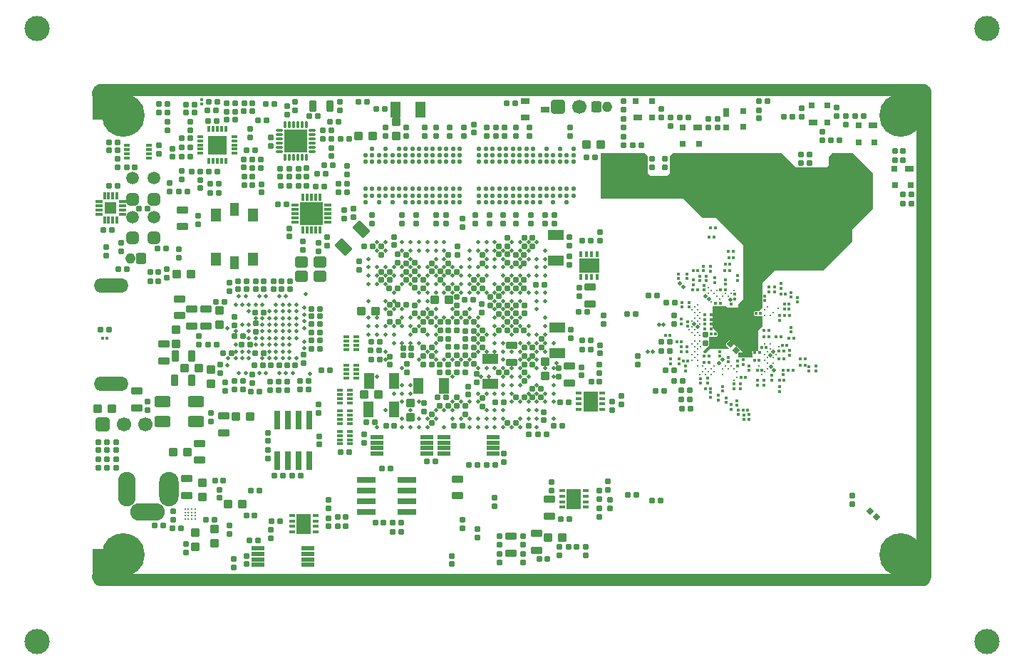
<source format=gbs>
G04 Layer_Color=16711935*
%FSLAX44Y44*%
%MOMM*%
G71*
G01*
G75*
%ADD98C,0.3100*%
%ADD129C,0.5000*%
%ADD156R,2.7000X2.7000*%
G04:AMPARAMS|DCode=185|XSize=0.7mm|YSize=0.7mm|CornerRadius=0.11mm|HoleSize=0mm|Usage=FLASHONLY|Rotation=180.000|XOffset=0mm|YOffset=0mm|HoleType=Round|Shape=RoundedRectangle|*
%AMROUNDEDRECTD185*
21,1,0.7000,0.4800,0,0,180.0*
21,1,0.4800,0.7000,0,0,180.0*
1,1,0.2200,-0.2400,0.2400*
1,1,0.2200,0.2400,0.2400*
1,1,0.2200,0.2400,-0.2400*
1,1,0.2200,-0.2400,-0.2400*
%
%ADD185ROUNDEDRECTD185*%
G04:AMPARAMS|DCode=186|XSize=0.7mm|YSize=0.7mm|CornerRadius=0.11mm|HoleSize=0mm|Usage=FLASHONLY|Rotation=90.000|XOffset=0mm|YOffset=0mm|HoleType=Round|Shape=RoundedRectangle|*
%AMROUNDEDRECTD186*
21,1,0.7000,0.4800,0,0,90.0*
21,1,0.4800,0.7000,0,0,90.0*
1,1,0.2200,0.2400,0.2400*
1,1,0.2200,0.2400,-0.2400*
1,1,0.2200,-0.2400,-0.2400*
1,1,0.2200,-0.2400,0.2400*
%
%ADD186ROUNDEDRECTD186*%
G04:AMPARAMS|DCode=187|XSize=0.6mm|YSize=0.7mm|CornerRadius=0.1mm|HoleSize=0mm|Usage=FLASHONLY|Rotation=0.000|XOffset=0mm|YOffset=0mm|HoleType=Round|Shape=RoundedRectangle|*
%AMROUNDEDRECTD187*
21,1,0.6000,0.5000,0,0,0.0*
21,1,0.4000,0.7000,0,0,0.0*
1,1,0.2000,0.2000,-0.2500*
1,1,0.2000,-0.2000,-0.2500*
1,1,0.2000,-0.2000,0.2500*
1,1,0.2000,0.2000,0.2500*
%
%ADD187ROUNDEDRECTD187*%
%ADD188R,2.4500X1.7000*%
%ADD189R,0.4000X0.8000*%
G04:AMPARAMS|DCode=190|XSize=0.6mm|YSize=0.7mm|CornerRadius=0.1mm|HoleSize=0mm|Usage=FLASHONLY|Rotation=90.000|XOffset=0mm|YOffset=0mm|HoleType=Round|Shape=RoundedRectangle|*
%AMROUNDEDRECTD190*
21,1,0.6000,0.5000,0,0,90.0*
21,1,0.4000,0.7000,0,0,90.0*
1,1,0.2000,0.2500,0.2000*
1,1,0.2000,0.2500,-0.2000*
1,1,0.2000,-0.2500,-0.2000*
1,1,0.2000,-0.2500,0.2000*
%
%ADD190ROUNDEDRECTD190*%
G04:AMPARAMS|DCode=191|XSize=1.1mm|YSize=1mm|CornerRadius=0.1625mm|HoleSize=0mm|Usage=FLASHONLY|Rotation=0.000|XOffset=0mm|YOffset=0mm|HoleType=Round|Shape=RoundedRectangle|*
%AMROUNDEDRECTD191*
21,1,1.1000,0.6750,0,0,0.0*
21,1,0.7750,1.0000,0,0,0.0*
1,1,0.3250,0.3875,-0.3375*
1,1,0.3250,-0.3875,-0.3375*
1,1,0.3250,-0.3875,0.3375*
1,1,0.3250,0.3875,0.3375*
%
%ADD191ROUNDEDRECTD191*%
G04:AMPARAMS|DCode=192|XSize=1.4mm|YSize=0.9mm|CornerRadius=0.15mm|HoleSize=0mm|Usage=FLASHONLY|Rotation=0.000|XOffset=0mm|YOffset=0mm|HoleType=Round|Shape=RoundedRectangle|*
%AMROUNDEDRECTD192*
21,1,1.4000,0.6000,0,0,0.0*
21,1,1.1000,0.9000,0,0,0.0*
1,1,0.3000,0.5500,-0.3000*
1,1,0.3000,-0.5500,-0.3000*
1,1,0.3000,-0.5500,0.3000*
1,1,0.3000,0.5500,0.3000*
%
%ADD192ROUNDEDRECTD192*%
G04:AMPARAMS|DCode=194|XSize=1.1mm|YSize=1mm|CornerRadius=0.1625mm|HoleSize=0mm|Usage=FLASHONLY|Rotation=90.000|XOffset=0mm|YOffset=0mm|HoleType=Round|Shape=RoundedRectangle|*
%AMROUNDEDRECTD194*
21,1,1.1000,0.6750,0,0,90.0*
21,1,0.7750,1.0000,0,0,90.0*
1,1,0.3250,0.3375,0.3875*
1,1,0.3250,0.3375,-0.3875*
1,1,0.3250,-0.3375,-0.3875*
1,1,0.3250,-0.3375,0.3875*
%
%ADD194ROUNDEDRECTD194*%
G04:AMPARAMS|DCode=210|XSize=1.9mm|YSize=1.25mm|CornerRadius=0.1938mm|HoleSize=0mm|Usage=FLASHONLY|Rotation=0.000|XOffset=0mm|YOffset=0mm|HoleType=Round|Shape=RoundedRectangle|*
%AMROUNDEDRECTD210*
21,1,1.9000,0.8625,0,0,0.0*
21,1,1.5125,1.2500,0,0,0.0*
1,1,0.3875,0.7562,-0.4313*
1,1,0.3875,-0.7562,-0.4313*
1,1,0.3875,-0.7562,0.4313*
1,1,0.3875,0.7562,0.4313*
%
%ADD210ROUNDEDRECTD210*%
G04:AMPARAMS|DCode=211|XSize=1.9mm|YSize=1.25mm|CornerRadius=0.1938mm|HoleSize=0mm|Usage=FLASHONLY|Rotation=90.000|XOffset=0mm|YOffset=0mm|HoleType=Round|Shape=RoundedRectangle|*
%AMROUNDEDRECTD211*
21,1,1.9000,0.8625,0,0,90.0*
21,1,1.5125,1.2500,0,0,90.0*
1,1,0.3875,0.4313,0.7562*
1,1,0.3875,0.4313,-0.7562*
1,1,0.3875,-0.4313,-0.7562*
1,1,0.3875,-0.4313,0.7562*
%
%ADD211ROUNDEDRECTD211*%
G04:AMPARAMS|DCode=212|XSize=1.4mm|YSize=0.9mm|CornerRadius=0.15mm|HoleSize=0mm|Usage=FLASHONLY|Rotation=90.000|XOffset=0mm|YOffset=0mm|HoleType=Round|Shape=RoundedRectangle|*
%AMROUNDEDRECTD212*
21,1,1.4000,0.6000,0,0,90.0*
21,1,1.1000,0.9000,0,0,90.0*
1,1,0.3000,0.3000,0.5500*
1,1,0.3000,0.3000,-0.5500*
1,1,0.3000,-0.3000,-0.5500*
1,1,0.3000,-0.3000,0.5500*
%
%ADD212ROUNDEDRECTD212*%
%ADD223R,0.7000X0.4500*%
%ADD224R,0.7000X0.4000*%
G04:AMPARAMS|DCode=229|XSize=0.7mm|YSize=0.7mm|CornerRadius=0.11mm|HoleSize=0mm|Usage=FLASHONLY|Rotation=225.000|XOffset=0mm|YOffset=0mm|HoleType=Round|Shape=RoundedRectangle|*
%AMROUNDEDRECTD229*
21,1,0.7000,0.4800,0,0,225.0*
21,1,0.4800,0.7000,0,0,225.0*
1,1,0.2200,-0.3394,0.0000*
1,1,0.2200,0.0000,0.3394*
1,1,0.2200,0.3394,0.0000*
1,1,0.2200,0.0000,-0.3394*
%
%ADD229ROUNDEDRECTD229*%
G04:AMPARAMS|DCode=230|XSize=0.6mm|YSize=0.7mm|CornerRadius=0.1mm|HoleSize=0mm|Usage=FLASHONLY|Rotation=225.000|XOffset=0mm|YOffset=0mm|HoleType=Round|Shape=RoundedRectangle|*
%AMROUNDEDRECTD230*
21,1,0.6000,0.5000,0,0,225.0*
21,1,0.4000,0.7000,0,0,225.0*
1,1,0.2000,-0.3182,0.0354*
1,1,0.2000,-0.0354,0.3182*
1,1,0.2000,0.3182,-0.0354*
1,1,0.2000,0.0354,-0.3182*
%
%ADD230ROUNDEDRECTD230*%
%ADD248C,3.0000*%
%ADD249R,1.7000X2.4500*%
%ADD250R,0.8000X0.4000*%
%ADD256R,0.4000X0.4500*%
G04:AMPARAMS|DCode=259|XSize=1.624mm|YSize=1.624mm|CornerRadius=0.2405mm|HoleSize=0mm|Usage=FLASHONLY|Rotation=90.000|XOffset=0mm|YOffset=0mm|HoleType=Round|Shape=RoundedRectangle|*
%AMROUNDEDRECTD259*
21,1,1.6240,1.1430,0,0,90.0*
21,1,1.1430,1.6240,0,0,90.0*
1,1,0.4810,0.5715,0.5715*
1,1,0.4810,0.5715,-0.5715*
1,1,0.4810,-0.5715,-0.5715*
1,1,0.4810,-0.5715,0.5715*
%
%ADD259ROUNDEDRECTD259*%
%ADD260C,1.7000*%
%ADD261C,5.1000*%
G04:AMPARAMS|DCode=262|XSize=1.5mm|YSize=1.5mm|CornerRadius=0.4mm|HoleSize=0mm|Usage=FLASHONLY|Rotation=90.000|XOffset=0mm|YOffset=0mm|HoleType=Round|Shape=RoundedRectangle|*
%AMROUNDEDRECTD262*
21,1,1.5000,0.7000,0,0,90.0*
21,1,0.7000,1.5000,0,0,90.0*
1,1,0.8000,0.3500,0.3500*
1,1,0.8000,0.3500,-0.3500*
1,1,0.8000,-0.3500,-0.3500*
1,1,0.8000,-0.3500,0.3500*
%
%ADD262ROUNDEDRECTD262*%
%ADD263C,1.5000*%
G04:AMPARAMS|DCode=264|XSize=1.3mm|YSize=1.2mm|CornerRadius=0.1875mm|HoleSize=0mm|Usage=FLASHONLY|Rotation=270.000|XOffset=0mm|YOffset=0mm|HoleType=Round|Shape=RoundedRectangle|*
%AMROUNDEDRECTD264*
21,1,1.3000,0.8250,0,0,270.0*
21,1,0.9250,1.2000,0,0,270.0*
1,1,0.3750,-0.4125,-0.4625*
1,1,0.3750,-0.4125,0.4625*
1,1,0.3750,0.4125,0.4625*
1,1,0.3750,0.4125,-0.4625*
%
%ADD264ROUNDEDRECTD264*%
%ADD265O,1.2000X1.3000*%
%ADD266O,2.1000X4.1000*%
%ADD267O,2.3000X4.1000*%
%ADD268O,4.1000X2.1000*%
%ADD270O,4.1000X1.7000*%
%ADD271R,0.4500X0.4000*%
G04:AMPARAMS|DCode=272|XSize=1.9mm|YSize=1.25mm|CornerRadius=0.1938mm|HoleSize=0mm|Usage=FLASHONLY|Rotation=315.000|XOffset=0mm|YOffset=0mm|HoleType=Round|Shape=RoundedRectangle|*
%AMROUNDEDRECTD272*
21,1,1.9000,0.8625,0,0,315.0*
21,1,1.5125,1.2500,0,0,315.0*
1,1,0.3875,0.2298,-0.8397*
1,1,0.3875,-0.8397,0.2298*
1,1,0.3875,-0.2298,0.8397*
1,1,0.3875,0.8397,-0.2298*
%
%ADD272ROUNDEDRECTD272*%
%ADD273R,2.2000X2.2000*%
%ADD274R,1.3000X1.6000*%
%ADD275R,1.0000X1.5000*%
G04:AMPARAMS|DCode=276|XSize=0.4mm|YSize=0.45mm|CornerRadius=0mm|HoleSize=0mm|Usage=FLASHONLY|Rotation=135.000|XOffset=0mm|YOffset=0mm|HoleType=Round|Shape=Rectangle|*
%AMROTATEDRECTD276*
4,1,4,0.3005,0.0177,-0.0177,-0.3005,-0.3005,-0.0177,0.0177,0.3005,0.3005,0.0177,0.0*
%
%ADD276ROTATEDRECTD276*%

G04:AMPARAMS|DCode=277|XSize=0.4mm|YSize=0.45mm|CornerRadius=0mm|HoleSize=0mm|Usage=FLASHONLY|Rotation=225.000|XOffset=0mm|YOffset=0mm|HoleType=Round|Shape=Rectangle|*
%AMROTATEDRECTD277*
4,1,4,-0.0177,0.3005,0.3005,-0.0177,0.0177,-0.3005,-0.3005,0.0177,-0.0177,0.3005,0.0*
%
%ADD277ROTATEDRECTD277*%

%ADD278C,0.3000*%
%ADD279R,1.5000X0.5500*%
G04:AMPARAMS|DCode=280|XSize=1.5mm|YSize=1.3mm|CornerRadius=0.2mm|HoleSize=0mm|Usage=FLASHONLY|Rotation=0.000|XOffset=0mm|YOffset=0mm|HoleType=Round|Shape=RoundedRectangle|*
%AMROUNDEDRECTD280*
21,1,1.5000,0.9000,0,0,0.0*
21,1,1.1000,1.3000,0,0,0.0*
1,1,0.4000,0.5500,-0.4500*
1,1,0.4000,-0.5500,-0.4500*
1,1,0.4000,-0.5500,0.4500*
1,1,0.4000,0.5500,0.4500*
%
%ADD280ROUNDEDRECTD280*%
%ADD281O,1.0000X0.3500*%
%ADD282O,0.3500X1.0000*%
%ADD283R,0.6500X2.3000*%
%ADD284R,2.3000X0.6500*%
G04:AMPARAMS|DCode=285|XSize=1.9mm|YSize=1.3mm|CornerRadius=0.2mm|HoleSize=0mm|Usage=FLASHONLY|Rotation=180.000|XOffset=0mm|YOffset=0mm|HoleType=Round|Shape=RoundedRectangle|*
%AMROUNDEDRECTD285*
21,1,1.9000,0.9000,0,0,180.0*
21,1,1.5000,1.3000,0,0,180.0*
1,1,0.4000,-0.7500,0.4500*
1,1,0.4000,0.7500,0.4500*
1,1,0.4000,0.7500,-0.4500*
1,1,0.4000,-0.7500,-0.4500*
%
%ADD285ROUNDEDRECTD285*%
%ADD286C,0.5500*%
%ADD287R,1.3500X1.3500*%
%ADD288R,0.4000X0.9000*%
%ADD289R,0.9000X0.4000*%
%ADD290R,2.8000X2.8000*%
%ADD291R,0.9000X0.3500*%
%ADD292R,0.3500X0.9000*%
G04:AMPARAMS|DCode=293|XSize=0.7mm|YSize=1.1mm|CornerRadius=0.125mm|HoleSize=0mm|Usage=FLASHONLY|Rotation=90.000|XOffset=0mm|YOffset=0mm|HoleType=Round|Shape=RoundedRectangle|*
%AMROUNDEDRECTD293*
21,1,0.7000,0.8500,0,0,90.0*
21,1,0.4500,1.1000,0,0,90.0*
1,1,0.2500,0.4250,0.2250*
1,1,0.2500,0.4250,-0.2250*
1,1,0.2500,-0.4250,-0.2250*
1,1,0.2500,-0.4250,0.2250*
%
%ADD293ROUNDEDRECTD293*%
%ADD294R,1.1000X0.8000*%
%ADD295R,0.8000X0.8000*%
%ADD296R,0.8000X1.1000*%
%ADD297R,0.8000X0.8000*%
G36*
X14500Y598752D02*
X988000Y598752D01*
X988423D01*
X988456Y598750D01*
X988489D01*
X988521Y598746D01*
X988554Y598744D01*
X988586Y598737D01*
X988619Y598733D01*
X990599Y598339D01*
X990631Y598330D01*
X990663Y598324D01*
X990694Y598314D01*
X990726Y598305D01*
X990756Y598293D01*
X990787Y598282D01*
X992653Y597509D01*
X992682Y597495D01*
X992712Y597482D01*
X992741Y597466D01*
X992770Y597451D01*
X992797Y597433D01*
X992826Y597417D01*
X994505Y596295D01*
X994531Y596275D01*
X994558Y596257D01*
X994583Y596235D01*
X994609Y596215D01*
X994632Y596192D01*
X994657Y596170D01*
X996084Y594743D01*
X996106Y594718D01*
X996129Y594695D01*
X996149Y594669D01*
X996171Y594644D01*
X996189Y594617D01*
X996209Y594591D01*
X997331Y592912D01*
X997347Y592883D01*
X997365Y592856D01*
X997380Y592827D01*
X997396Y592798D01*
X997409Y592768D01*
X997423Y592739D01*
X998196Y590873D01*
X998206Y590842D01*
X998219Y590812D01*
X998227Y590780D01*
X998238Y590749D01*
X998244Y590717D01*
X998253Y590685D01*
X998647Y588705D01*
X998651Y588672D01*
X998658Y588640D01*
X998660Y588608D01*
X998664Y588575D01*
Y588542D01*
X998666Y588509D01*
Y587500D01*
Y584750D01*
X998658Y584619D01*
X998632Y584491D01*
X998590Y584366D01*
X998532Y584249D01*
X998459Y584140D01*
X998372Y584041D01*
X998274Y583955D01*
X998252Y583941D01*
X998252Y556750D01*
X998243Y556652D01*
X998214Y556558D01*
X998168Y556471D01*
X998166Y556469D01*
X998166Y15252D01*
X998166Y15250D01*
Y12500D01*
Y11490D01*
X998164Y11458D01*
Y11425D01*
X998160Y11392D01*
X998157Y11360D01*
X998151Y11328D01*
X998147Y11295D01*
X997753Y9315D01*
X997744Y9283D01*
X997738Y9251D01*
X997728Y9220D01*
X997719Y9188D01*
X997706Y9158D01*
X997696Y9127D01*
X996923Y7261D01*
X996909Y7232D01*
X996896Y7202D01*
X996880Y7173D01*
X996865Y7144D01*
X996847Y7116D01*
X996831Y7088D01*
X995709Y5409D01*
X995689Y5383D01*
X995671Y5356D01*
X995649Y5331D01*
X995629Y5305D01*
X995606Y5282D01*
X995584Y5257D01*
X994156Y3830D01*
X994132Y3808D01*
X994109Y3785D01*
X994083Y3765D01*
X994058Y3743D01*
X994031Y3725D01*
X994005Y3705D01*
X992326Y2583D01*
X992297Y2567D01*
X992270Y2549D01*
X992241Y2534D01*
X992212Y2518D01*
X992182Y2505D01*
X992153Y2491D01*
X990287Y1718D01*
X990256Y1708D01*
X990226Y1695D01*
X990194Y1686D01*
X990163Y1676D01*
X990131Y1670D01*
X990099Y1661D01*
X988352Y1313D01*
X988259Y1282D01*
X988131Y1257D01*
X988000Y1248D01*
X14500Y1248D01*
D01*
X11490D01*
X11458Y1250D01*
X11425D01*
X11392Y1254D01*
X11360Y1256D01*
X11328Y1263D01*
X11295Y1267D01*
X9315Y1661D01*
X9283Y1669D01*
X9251Y1676D01*
X9220Y1686D01*
X9188Y1695D01*
X9158Y1707D01*
X9127Y1718D01*
X7261Y2491D01*
X7232Y2505D01*
X7201Y2518D01*
X7173Y2534D01*
X7144Y2549D01*
X7117Y2567D01*
X7088Y2583D01*
X5409Y3705D01*
X5383Y3725D01*
X5356Y3743D01*
X5331Y3765D01*
X5305Y3785D01*
X5282Y3808D01*
X5257Y3830D01*
X3830Y5257D01*
X3808Y5282D01*
X3785Y5305D01*
X3765Y5331D01*
X3743Y5356D01*
X3725Y5383D01*
X3705Y5409D01*
X2583Y7088D01*
X2567Y7116D01*
X2549Y7144D01*
X2534Y7173D01*
X2518Y7201D01*
X2505Y7232D01*
X2491Y7261D01*
X1718Y9127D01*
X1708Y9158D01*
X1695Y9188D01*
X1686Y9220D01*
X1676Y9251D01*
X1670Y9283D01*
X1661Y9315D01*
X1267Y11295D01*
X1263Y11328D01*
X1256Y11360D01*
X1254Y11392D01*
X1250Y11425D01*
Y11458D01*
X1248Y11490D01*
Y12500D01*
Y15250D01*
X1256Y15381D01*
X1282Y15509D01*
X1324Y15633D01*
X1382Y15751D01*
X1455Y15860D01*
X1541Y15959D01*
X1640Y16045D01*
X1748Y16117D01*
X1748Y45000D01*
X1757Y45098D01*
X1786Y45192D01*
X1832Y45279D01*
X1895Y45355D01*
X1971Y45418D01*
X2058Y45464D01*
X2152Y45493D01*
X2250Y45502D01*
X15449D01*
X15453Y45502D01*
X15458Y45502D01*
X15503Y45497D01*
X15547Y45493D01*
X15551Y45491D01*
X15556Y45491D01*
X15599Y45477D01*
X15641Y45464D01*
X15645Y45462D01*
X15650Y45460D01*
X15689Y45439D01*
X15728Y45418D01*
X15732Y45415D01*
X15736Y45412D01*
X15769Y45384D01*
X15804Y45355D01*
X15807Y45352D01*
X15811Y45348D01*
X15838Y45314D01*
X15866Y45279D01*
X15869Y45275D01*
X15872Y45271D01*
X34474Y16252D01*
X968997Y16252D01*
Y25750D01*
X969007Y25848D01*
X969036Y25942D01*
X969082Y26029D01*
X969145Y26105D01*
X969221Y26168D01*
X969308Y26214D01*
X969402Y26243D01*
X969500Y26252D01*
X980498D01*
X980498Y562142D01*
X966648Y583748D01*
X33352Y583748D01*
X15872Y556479D01*
X15869Y556475D01*
X15866Y556471D01*
X15838Y556437D01*
X15811Y556402D01*
X15807Y556399D01*
X15804Y556395D01*
X15769Y556366D01*
X15736Y556338D01*
X15732Y556335D01*
X15728Y556332D01*
X15689Y556311D01*
X15650Y556290D01*
X15645Y556288D01*
X15641Y556286D01*
X15599Y556273D01*
X15556Y556259D01*
X15551Y556259D01*
X15547Y556257D01*
X15503Y556253D01*
X15458Y556248D01*
X15453Y556248D01*
X15449Y556248D01*
X2250D01*
X2152Y556257D01*
X2058Y556286D01*
X1971Y556332D01*
X1895Y556395D01*
X1832Y556471D01*
X1786Y556558D01*
X1757Y556652D01*
X1748Y556750D01*
X1748Y583883D01*
X1640Y583955D01*
X1541Y584041D01*
X1455Y584140D01*
X1382Y584249D01*
X1324Y584366D01*
X1282Y584491D01*
X1256Y584619D01*
X1248Y584750D01*
Y587500D01*
Y588510D01*
X1250Y588542D01*
Y588575D01*
X1254Y588608D01*
X1256Y588640D01*
X1263Y588672D01*
X1267Y588705D01*
X1661Y590685D01*
X1670Y590717D01*
X1676Y590749D01*
X1686Y590780D01*
X1695Y590812D01*
X1708Y590842D01*
X1718Y590873D01*
X2491Y592739D01*
X2505Y592768D01*
X2518Y592799D01*
X2534Y592827D01*
X2549Y592856D01*
X2567Y592884D01*
X2583Y592912D01*
X3705Y594591D01*
X3725Y594617D01*
X3743Y594644D01*
X3765Y594669D01*
X3785Y594695D01*
X3808Y594718D01*
X3830Y594743D01*
X5257Y596170D01*
X5282Y596192D01*
X5305Y596215D01*
X5331Y596235D01*
X5356Y596257D01*
X5383Y596275D01*
X5409Y596295D01*
X7088Y597417D01*
X7117Y597433D01*
X7144Y597451D01*
X7173Y597466D01*
X7201Y597482D01*
X7232Y597495D01*
X7261Y597509D01*
X9127Y598282D01*
X9158Y598293D01*
X9188Y598305D01*
X9220Y598314D01*
X9251Y598324D01*
X9283Y598330D01*
X9315Y598339D01*
X11295Y598733D01*
X11328Y598737D01*
X11360Y598744D01*
X11392Y598746D01*
X11425Y598750D01*
X11458D01*
X11490Y598752D01*
X14500D01*
D01*
D02*
G37*
G36*
X785604Y279288D02*
X785698Y279260D01*
X785785Y279213D01*
X785861Y279151D01*
X785924Y279074D01*
X785970Y278988D01*
X785999Y278893D01*
X786008Y278795D01*
Y273545D01*
X785999Y273447D01*
X785970Y273353D01*
X785924Y273266D01*
X785861Y273190D01*
X785785Y273128D01*
X785698Y273081D01*
X785604Y273053D01*
X785506Y273043D01*
X769256D01*
X769158Y273053D01*
X769064Y273081D01*
X768977Y273128D01*
X768901Y273190D01*
X768838Y273266D01*
X768792Y273353D01*
X768763Y273447D01*
X768754Y273545D01*
Y278795D01*
X768763Y278893D01*
X768792Y278988D01*
X768838Y279074D01*
X768901Y279151D01*
X768977Y279213D01*
X769064Y279260D01*
X769158Y279288D01*
X769256Y279298D01*
X785506D01*
X785604Y279288D01*
D02*
G37*
G36*
X691250Y516003D02*
X820500Y516002D01*
X820500Y516002D01*
X820598Y515993D01*
X820692Y515964D01*
X820779Y515918D01*
X820855Y515855D01*
X837458Y499252D01*
X873542Y499253D01*
X875998Y501708D01*
X875997Y511999D01*
X875997Y512000D01*
X876007Y512098D01*
X876015Y512126D01*
X876035Y512192D01*
X876057Y512232D01*
X876082Y512279D01*
X876110Y512313D01*
X876144Y512355D01*
X876144Y512355D01*
X879645Y515855D01*
X879721Y515918D01*
X879808Y515964D01*
X879830Y515971D01*
X879902Y515993D01*
X879951Y515998D01*
X880000Y516002D01*
X880000Y516002D01*
X904750Y516002D01*
X904848Y515993D01*
X904942Y515964D01*
X905029Y515918D01*
X905105Y515855D01*
X905105Y515855D01*
X928605Y492355D01*
X928668Y492279D01*
X928714Y492192D01*
X928721Y492170D01*
X928743Y492098D01*
X928748Y492049D01*
X928753Y492000D01*
X928753Y492000D01*
X928752Y450500D01*
X928752Y450500D01*
X928744Y450411D01*
X928743Y450402D01*
X928714Y450308D01*
X928668Y450221D01*
X928633Y450179D01*
X928605Y450145D01*
X928605Y450145D01*
X904252Y425792D01*
X904252Y411750D01*
X904243Y411652D01*
X904221Y411580D01*
X904214Y411558D01*
X904168Y411471D01*
X904105Y411395D01*
X904105Y411395D01*
X869605Y376895D01*
X869529Y376832D01*
X869442Y376786D01*
X869420Y376779D01*
X869348Y376757D01*
X869299Y376752D01*
X869250Y376748D01*
X869250Y376748D01*
X812208Y376748D01*
X797533Y362073D01*
Y361727D01*
X797533Y332617D01*
X797533Y332617D01*
X797528Y332568D01*
X797523Y332519D01*
X797502Y332446D01*
X797495Y332424D01*
X797449Y332337D01*
X797417Y332299D01*
X797386Y332261D01*
X797386Y332261D01*
X793386Y328261D01*
X793310Y328199D01*
X793223Y328153D01*
X793201Y328146D01*
X793129Y328124D01*
X793080Y328119D01*
X793031Y328114D01*
X793031Y328114D01*
X788739Y328114D01*
X787783Y327159D01*
Y323575D01*
X788739Y322619D01*
X797031D01*
X797129Y322609D01*
X797223Y322581D01*
X797310Y322534D01*
X797386Y322472D01*
X797449Y322396D01*
X797495Y322309D01*
X797524Y322215D01*
X797533Y322117D01*
X797533Y310367D01*
X797533Y310367D01*
X797524Y310278D01*
X797524Y310269D01*
X797495Y310175D01*
X797449Y310088D01*
X797414Y310046D01*
X797386Y310012D01*
X797386Y310011D01*
X792783Y305409D01*
X792783Y281867D01*
X792774Y281769D01*
X792745Y281674D01*
X792699Y281588D01*
X792636Y281511D01*
X792560Y281449D01*
X792473Y281403D01*
X792379Y281374D01*
X792281Y281364D01*
X786239D01*
X784636Y279762D01*
X784560Y279699D01*
X784473Y279653D01*
X784451Y279646D01*
X784379Y279624D01*
X784330Y279619D01*
X784281Y279614D01*
X784281Y279614D01*
X774281D01*
X774183Y279624D01*
X774110Y279646D01*
X774089Y279653D01*
X774002Y279699D01*
X773926Y279762D01*
X773925Y279762D01*
X767426Y286262D01*
X767426Y286262D01*
X759823Y293864D01*
X758489Y293864D01*
X754533Y289909D01*
Y287825D01*
X757636Y284722D01*
X757636Y284722D01*
X757664Y284688D01*
X757699Y284646D01*
X757745Y284559D01*
X757774Y284465D01*
X757775Y284456D01*
X757783Y284367D01*
X757778Y284318D01*
X757774Y284269D01*
X757752Y284196D01*
X757745Y284174D01*
X757699Y284088D01*
X757636Y284011D01*
X757602Y283983D01*
X757560Y283949D01*
X757473Y283902D01*
X757379Y283874D01*
X757370Y283873D01*
X757281Y283864D01*
X757281Y283864D01*
X735489D01*
X729886Y278261D01*
X729886D01*
Y278261D01*
X729810Y278199D01*
X729734Y278158D01*
X729723Y278153D01*
D01*
X729723Y278153D01*
X729629Y278124D01*
X729540Y278115D01*
X729531Y278114D01*
D01*
X729531D01*
X729433Y278124D01*
X729404Y278133D01*
X729339Y278153D01*
X729252Y278199D01*
X729175Y278261D01*
X729175Y278262D01*
X727426Y280012D01*
X727363Y280088D01*
X727342Y280128D01*
X727317Y280175D01*
X727308Y280203D01*
X727288Y280269D01*
X727279Y280367D01*
X727288Y280465D01*
X727297Y280493D01*
X727317Y280559D01*
X727338Y280599D01*
X727363Y280646D01*
X727426Y280722D01*
X727426Y280722D01*
X734028Y287325D01*
X734028Y297617D01*
X734038Y297715D01*
X734067Y297809D01*
X734113Y297896D01*
X734176Y297972D01*
X734252Y298034D01*
X734339Y298081D01*
X734433Y298109D01*
X734531Y298119D01*
X743073Y298119D01*
X744278Y299325D01*
X744278Y302909D01*
X738676Y308512D01*
X738613Y308588D01*
X738567Y308675D01*
X738560Y308696D01*
X738538Y308769D01*
X738533Y308818D01*
X738528Y308867D01*
X738529Y308867D01*
X738528Y333867D01*
X738538Y333965D01*
X738567Y334059D01*
X738613Y334146D01*
X738676Y334222D01*
X738752Y334284D01*
X738839Y334331D01*
X738933Y334360D01*
X739031Y334369D01*
X753781D01*
X753781Y334369D01*
X753830Y334364D01*
X753879Y334360D01*
X753951Y334338D01*
X753973Y334331D01*
X754060Y334284D01*
X754136Y334222D01*
X754136Y334222D01*
X755989Y332369D01*
X767823Y332369D01*
X768778Y333325D01*
X768778Y336116D01*
X768778Y336117D01*
X768787Y336206D01*
X768788Y336215D01*
X768817Y336309D01*
X768863Y336396D01*
X768897Y336438D01*
X768925Y336472D01*
X768926Y336472D01*
X775028Y342575D01*
Y406393D01*
X742424Y438998D01*
X727000Y438997D01*
X727000Y438997D01*
X726902Y439007D01*
X726808Y439036D01*
X726721Y439082D01*
X726645Y439145D01*
X703402Y462388D01*
X605956Y462388D01*
X605956Y462388D01*
X605956Y462388D01*
X605909Y462393D01*
X605858Y462397D01*
X605858Y462398D01*
X605858Y462398D01*
X605811Y462412D01*
X605764Y462426D01*
X605764Y462426D01*
X605764Y462426D01*
X605724Y462447D01*
X605677Y462472D01*
X605677Y462473D01*
X605677Y462473D01*
X605645Y462499D01*
X605601Y462535D01*
X605601Y462535D01*
X605601Y462536D01*
X605572Y462570D01*
X605539Y462611D01*
X605539Y462612D01*
X605538Y462612D01*
X605518Y462649D01*
X605492Y462698D01*
X605492Y462698D01*
X605492Y462699D01*
X605478Y462746D01*
X605464Y462792D01*
X605464Y462793D01*
X605464Y462793D01*
X605459Y462844D01*
X605454Y462890D01*
X605454Y462891D01*
X605454Y462891D01*
X605532Y515501D01*
X605537Y515547D01*
X605542Y515598D01*
X605542Y515598D01*
X605542Y515599D01*
X605556Y515646D01*
X605570Y515692D01*
X605570Y515692D01*
X605570Y515693D01*
X605595Y515738D01*
X605617Y515779D01*
X605617Y515779D01*
X605617Y515780D01*
X605648Y515817D01*
X605679Y515855D01*
X605679Y515855D01*
X605680Y515856D01*
X605718Y515887D01*
X605755Y515918D01*
X605756Y515918D01*
X605756Y515918D01*
X605798Y515940D01*
X605842Y515964D01*
X605843Y515964D01*
X605843Y515964D01*
X605890Y515979D01*
X605936Y515993D01*
X605937Y515993D01*
X605937Y515993D01*
X605989Y515998D01*
X606034Y516002D01*
X657500Y516003D01*
X657500Y516003D01*
X657598Y515993D01*
X657692Y515964D01*
X657779Y515918D01*
X657855Y515855D01*
X660855Y512855D01*
X660918Y512779D01*
X660964Y512692D01*
X660971Y512670D01*
X660993Y512598D01*
X660998Y512549D01*
X661002Y512500D01*
X661002Y512500D01*
X661003Y492958D01*
X664958Y489002D01*
X683792D01*
X687747Y492958D01*
X687747Y512500D01*
X687747Y512500D01*
X687752Y512549D01*
X687757Y512598D01*
X687779Y512670D01*
X687786Y512692D01*
X687832Y512779D01*
X687895Y512855D01*
X690895Y515855D01*
X690971Y515918D01*
X691058Y515964D01*
X691080Y515971D01*
X691152Y515993D01*
X691201Y515998D01*
X691250Y516003D01*
X691250Y516003D01*
D02*
G37*
D98*
X796730Y253143D02*
D03*
X736790Y353044D02*
D03*
X723470Y253143D02*
D03*
X716810Y319743D02*
D03*
X713480Y316413D02*
D03*
X766750Y256500D02*
D03*
X763430Y259803D02*
D03*
X800060Y276453D02*
D03*
X803390Y259803D02*
D03*
X780080Y343053D02*
D03*
X806720Y283113D02*
D03*
X803390Y266463D02*
D03*
Y273123D02*
D03*
X813380Y276453D02*
D03*
X800060Y289773D02*
D03*
X806720Y289773D02*
D03*
X810050Y273123D02*
D03*
X810050Y266463D02*
D03*
X816710Y286443D02*
D03*
X803390Y279783D02*
D03*
X800060Y269793D02*
D03*
X793400Y263133D02*
D03*
X803390Y333063D02*
D03*
X800060Y329733D02*
D03*
Y323073D02*
D03*
X713480Y276453D02*
D03*
X713480Y269793D02*
D03*
X723470Y299763D02*
D03*
X716810Y299763D02*
D03*
Y293103D02*
D03*
X726800Y263133D02*
D03*
X726800Y256473D02*
D03*
X720140Y263133D02*
D03*
X720140Y283113D02*
D03*
X716810Y279783D02*
D03*
X723510Y286437D02*
D03*
X730130Y253143D02*
D03*
X736790Y253143D02*
D03*
X720140Y323073D02*
D03*
X716810Y273123D02*
D03*
X713480Y289773D02*
D03*
X716810Y286443D02*
D03*
X720140Y329733D02*
D03*
X723470Y326403D02*
D03*
X716810Y326403D02*
D03*
X723470Y319743D02*
D03*
X720140Y316413D02*
D03*
Y336393D02*
D03*
X743450Y353044D02*
D03*
X750110Y346383D02*
D03*
X800060Y256473D02*
D03*
X750110Y259803D02*
D03*
X760100Y263133D02*
D03*
X730130Y259803D02*
D03*
X736790D02*
D03*
X733460Y256473D02*
D03*
X720140Y289773D02*
D03*
X723470Y293103D02*
D03*
X720140Y303093D02*
D03*
X713480Y303093D02*
D03*
X716810Y306423D02*
D03*
X723470Y313083D02*
D03*
X740120Y263133D02*
D03*
X736790Y339723D02*
D03*
X733460Y356373D02*
D03*
X806720Y323073D02*
D03*
X756770Y346383D02*
D03*
X750110Y253143D02*
D03*
X753440Y263133D02*
D03*
X756770Y259803D02*
D03*
X720140Y269793D02*
D03*
X816510Y331937D02*
D03*
X810050Y326403D02*
D03*
X753440Y349713D02*
D03*
X760100Y349714D02*
D03*
X763430Y353043D02*
D03*
X743450Y346383D02*
D03*
X713480Y329733D02*
D03*
X720140Y276453D02*
D03*
X740120Y256473D02*
D03*
X716810Y333063D02*
D03*
X746780Y343053D02*
D03*
X733460Y349713D02*
D03*
X740120D02*
D03*
X710150Y306423D02*
D03*
X713480Y309753D02*
D03*
X763430Y246483D02*
D03*
X766760Y249813D02*
D03*
X776750Y346384D02*
D03*
D129*
X539500Y340500D02*
D03*
X187500Y280250D02*
D03*
X459500Y230500D02*
D03*
X203500Y336250D02*
D03*
X195500Y336250D02*
D03*
X369500Y310500D02*
D03*
X463500Y250500D02*
D03*
X472250D02*
D03*
X489500Y270500D02*
D03*
X509500D02*
D03*
X519500D02*
D03*
X469500Y280500D02*
D03*
X469500Y300500D02*
D03*
X211500Y272250D02*
D03*
X227500Y304250D02*
D03*
X243500Y296250D02*
D03*
X553000Y266750D02*
D03*
X479500Y230500D02*
D03*
X509500Y220500D02*
D03*
X519500Y220500D02*
D03*
X529500D02*
D03*
X509500Y190500D02*
D03*
X679913Y312413D02*
D03*
X661500Y280000D02*
D03*
X539500Y290500D02*
D03*
X549500D02*
D03*
X529500Y290500D02*
D03*
X519500D02*
D03*
X509500D02*
D03*
X359500Y380500D02*
D03*
X389500Y350500D02*
D03*
X179500Y312250D02*
D03*
X986000Y468250D02*
D03*
X992750Y461500D02*
D03*
X986000Y495250D02*
D03*
X992750Y488500D02*
D03*
X986000Y481750D02*
D03*
X992750Y475000D02*
D03*
X986000Y522250D02*
D03*
X992750Y515500D02*
D03*
X986000Y508750D02*
D03*
X992750Y502000D02*
D03*
X986250Y549250D02*
D03*
X992750Y542500D02*
D03*
X986000Y535750D02*
D03*
X992750Y529000D02*
D03*
Y556000D02*
D03*
Y569500D02*
D03*
X986000Y576250D02*
D03*
X379500Y320500D02*
D03*
X329500Y340500D02*
D03*
X254907Y349000D02*
D03*
X349500Y330500D02*
D03*
X349500Y340500D02*
D03*
X339500Y380500D02*
D03*
X349500Y380500D02*
D03*
Y370500D02*
D03*
X359500Y350500D02*
D03*
X359500Y340500D02*
D03*
X171500Y280250D02*
D03*
Y288250D02*
D03*
X479500Y340500D02*
D03*
X389500D02*
D03*
X539500Y400500D02*
D03*
X519500D02*
D03*
X509500D02*
D03*
X499500D02*
D03*
X449500Y400500D02*
D03*
X459500D02*
D03*
X469500D02*
D03*
X479500D02*
D03*
X489500D02*
D03*
X399500Y400500D02*
D03*
X409500D02*
D03*
X419500D02*
D03*
X349500D02*
D03*
X369500D02*
D03*
X379500D02*
D03*
X389500D02*
D03*
X339500D02*
D03*
Y410500D02*
D03*
X389500D02*
D03*
X379500D02*
D03*
X369500D02*
D03*
X349500D02*
D03*
X419500D02*
D03*
X409500D02*
D03*
X399500D02*
D03*
X479500Y410500D02*
D03*
X469500D02*
D03*
X459500D02*
D03*
X499500Y410500D02*
D03*
X509500D02*
D03*
X519500D02*
D03*
X529500D02*
D03*
X539500Y390500D02*
D03*
X529500D02*
D03*
X519500D02*
D03*
X509500D02*
D03*
X449500Y390500D02*
D03*
X469500D02*
D03*
X479500D02*
D03*
X489500D02*
D03*
X409500Y390500D02*
D03*
X419500D02*
D03*
X379500D02*
D03*
X329500D02*
D03*
X539500Y380500D02*
D03*
X529500D02*
D03*
X509500D02*
D03*
X499500D02*
D03*
X449500Y380500D02*
D03*
X459500D02*
D03*
X469500D02*
D03*
X479500D02*
D03*
X489500D02*
D03*
X399500Y380500D02*
D03*
X409500D02*
D03*
X419500D02*
D03*
X429500D02*
D03*
X439500D02*
D03*
X369500D02*
D03*
X379500D02*
D03*
X389500D02*
D03*
X329500D02*
D03*
X539500Y370500D02*
D03*
X529500D02*
D03*
X519500D02*
D03*
X509500D02*
D03*
X499500D02*
D03*
X449500Y370500D02*
D03*
X459500D02*
D03*
X469500D02*
D03*
X489500D02*
D03*
X399500Y370500D02*
D03*
X409500D02*
D03*
X419500D02*
D03*
X429500D02*
D03*
X439500D02*
D03*
X359500D02*
D03*
X369500D02*
D03*
X379500D02*
D03*
X389500D02*
D03*
X339500D02*
D03*
X509500Y360500D02*
D03*
X499500D02*
D03*
X449500Y360500D02*
D03*
X459500D02*
D03*
X399500Y360500D02*
D03*
X409500D02*
D03*
X419500D02*
D03*
X429500D02*
D03*
X439500D02*
D03*
X349500D02*
D03*
X369500D02*
D03*
X339500D02*
D03*
X329500D02*
D03*
X439500Y350500D02*
D03*
X429500D02*
D03*
X419500D02*
D03*
X409500D02*
D03*
X399500D02*
D03*
X469500Y350500D02*
D03*
X459500D02*
D03*
X449500D02*
D03*
X499500Y350500D02*
D03*
X509500D02*
D03*
X759260Y341687D02*
D03*
X539500Y310500D02*
D03*
X509500D02*
D03*
X459500Y310500D02*
D03*
X409500Y310500D02*
D03*
X349500D02*
D03*
X359500D02*
D03*
X379500D02*
D03*
X389500D02*
D03*
X339500D02*
D03*
X329500D02*
D03*
X499500Y320500D02*
D03*
X449500Y320500D02*
D03*
X459500D02*
D03*
X479500D02*
D03*
X399500Y320500D02*
D03*
X409500D02*
D03*
X419500D02*
D03*
X429500D02*
D03*
X439500D02*
D03*
X369500D02*
D03*
X389500D02*
D03*
X339500D02*
D03*
X329500D02*
D03*
X499500Y330500D02*
D03*
X449500Y330500D02*
D03*
X479500D02*
D03*
X429500Y330500D02*
D03*
X359500D02*
D03*
X369500D02*
D03*
X459500Y260500D02*
D03*
X529500Y270500D02*
D03*
X449500Y270500D02*
D03*
X409500Y270500D02*
D03*
X419500D02*
D03*
X429500D02*
D03*
X439500D02*
D03*
X389500D02*
D03*
X539500Y280500D02*
D03*
X529500D02*
D03*
X509500D02*
D03*
X499500D02*
D03*
X459500Y280500D02*
D03*
X489500D02*
D03*
X399500Y280500D02*
D03*
X409500D02*
D03*
X349500D02*
D03*
X459500Y290500D02*
D03*
X479500D02*
D03*
X489500D02*
D03*
X409500Y290500D02*
D03*
X359500D02*
D03*
X369500D02*
D03*
X379500D02*
D03*
X389500D02*
D03*
X329500Y300500D02*
D03*
X339500D02*
D03*
X379500D02*
D03*
X359500D02*
D03*
X349500D02*
D03*
X409500D02*
D03*
X399500D02*
D03*
X479500Y300500D02*
D03*
X459500D02*
D03*
X499500Y300500D02*
D03*
X519500D02*
D03*
X529500D02*
D03*
X539500D02*
D03*
X519500Y210500D02*
D03*
X469500Y210500D02*
D03*
X479500D02*
D03*
X489500D02*
D03*
X449500Y220500D02*
D03*
X459500D02*
D03*
X429500Y220500D02*
D03*
X439500D02*
D03*
X369500D02*
D03*
X389500D02*
D03*
X529500Y230500D02*
D03*
X519500D02*
D03*
X499500D02*
D03*
X469500Y230500D02*
D03*
X489500D02*
D03*
X359500Y230500D02*
D03*
X369500D02*
D03*
X379500D02*
D03*
X509500Y240500D02*
D03*
X499500D02*
D03*
X489500Y240500D02*
D03*
X369500Y240500D02*
D03*
X339500Y250500D02*
D03*
X429500D02*
D03*
X489500Y250500D02*
D03*
X509500Y250500D02*
D03*
X519500D02*
D03*
X369500Y200500D02*
D03*
X439500D02*
D03*
X489500Y200500D02*
D03*
X479500D02*
D03*
X469500D02*
D03*
X459500D02*
D03*
X449500D02*
D03*
X339500Y190500D02*
D03*
X389500D02*
D03*
X379500D02*
D03*
X369500D02*
D03*
X399500D02*
D03*
X489500Y190500D02*
D03*
X479500D02*
D03*
X469500D02*
D03*
X459500D02*
D03*
X449500D02*
D03*
X499500Y190500D02*
D03*
X529500D02*
D03*
X379500Y360500D02*
D03*
X399500Y340500D02*
D03*
X489500Y340500D02*
D03*
Y350500D02*
D03*
X489500Y360500D02*
D03*
X399500Y330500D02*
D03*
X409500D02*
D03*
X253157Y284250D02*
D03*
Y292250D02*
D03*
Y308250D02*
D03*
Y316250D02*
D03*
Y324250D02*
D03*
Y332250D02*
D03*
X243500Y336250D02*
D03*
Y328250D02*
D03*
Y320250D02*
D03*
X243500Y312250D02*
D03*
Y304250D02*
D03*
Y272250D02*
D03*
X235500D02*
D03*
Y280250D02*
D03*
Y288250D02*
D03*
Y296250D02*
D03*
Y304250D02*
D03*
Y312250D02*
D03*
Y320250D02*
D03*
Y328250D02*
D03*
Y336250D02*
D03*
X227500Y272250D02*
D03*
Y280250D02*
D03*
Y288250D02*
D03*
Y296250D02*
D03*
Y312250D02*
D03*
Y320250D02*
D03*
Y328250D02*
D03*
Y336250D02*
D03*
X219500Y272250D02*
D03*
Y280250D02*
D03*
Y288250D02*
D03*
Y296250D02*
D03*
X219500Y304250D02*
D03*
X219500Y320250D02*
D03*
Y328250D02*
D03*
Y336250D02*
D03*
X211500Y280250D02*
D03*
Y288250D02*
D03*
Y296250D02*
D03*
Y312250D02*
D03*
X203500Y288250D02*
D03*
Y296250D02*
D03*
Y304250D02*
D03*
Y312250D02*
D03*
X195500Y288250D02*
D03*
Y296250D02*
D03*
X187500Y272250D02*
D03*
Y296250D02*
D03*
X179500Y280250D02*
D03*
X161843Y308250D02*
D03*
X161500Y264000D02*
D03*
X231500Y254593D02*
D03*
X223500D02*
D03*
X199500D02*
D03*
X183500D02*
D03*
X175500D02*
D03*
Y345907D02*
D03*
X183500D02*
D03*
X231500D02*
D03*
X203500Y272250D02*
D03*
X171500Y336250D02*
D03*
X187500Y328250D02*
D03*
X179500Y272250D02*
D03*
X207500Y254593D02*
D03*
X529500Y200500D02*
D03*
X509500D02*
D03*
X519500D02*
D03*
X429500Y210500D02*
D03*
X419500Y210500D02*
D03*
X419500Y190500D02*
D03*
X429500Y200500D02*
D03*
X409500Y210500D02*
D03*
Y200500D02*
D03*
X399500Y200500D02*
D03*
X389500Y200500D02*
D03*
X539500Y320500D02*
D03*
X519500Y310500D02*
D03*
X509500Y340500D02*
D03*
X509500Y320500D02*
D03*
X499500Y310500D02*
D03*
Y340500D02*
D03*
X489500Y330500D02*
D03*
Y320500D02*
D03*
X479500Y310500D02*
D03*
X187500Y336250D02*
D03*
X239500Y254593D02*
D03*
X7250Y12250D02*
D03*
X14000Y5500D02*
D03*
X27500D02*
D03*
X34250Y10750D02*
D03*
X41000Y5500D02*
D03*
X47750Y12250D02*
D03*
X54500Y5500D02*
D03*
X61250Y12250D02*
D03*
X101750D02*
D03*
X95000Y5500D02*
D03*
X88250Y12250D02*
D03*
X81500Y5500D02*
D03*
X74750Y12250D02*
D03*
X68000Y5500D02*
D03*
X142250Y12250D02*
D03*
X135500Y5500D02*
D03*
X128750Y12250D02*
D03*
X122000Y5500D02*
D03*
X115250Y12250D02*
D03*
X108500Y5500D02*
D03*
X182750Y12250D02*
D03*
X176000Y5500D02*
D03*
X169250Y12250D02*
D03*
X162500Y5500D02*
D03*
X155750Y12250D02*
D03*
X149000Y5500D02*
D03*
X223250Y12250D02*
D03*
X209750D02*
D03*
X196250D02*
D03*
X263750D02*
D03*
X257000Y5500D02*
D03*
X250250Y12250D02*
D03*
X243500Y5500D02*
D03*
X236750Y12250D02*
D03*
X230000Y5500D02*
D03*
X304250Y12250D02*
D03*
X297500Y5500D02*
D03*
X290750Y12250D02*
D03*
X284000Y5500D02*
D03*
X277250Y12250D02*
D03*
X270500Y5500D02*
D03*
X344750Y12250D02*
D03*
X338000Y5500D02*
D03*
X331250Y12250D02*
D03*
X324500Y5500D02*
D03*
X317750Y12250D02*
D03*
X311000Y5500D02*
D03*
X385250Y12250D02*
D03*
X378500Y5500D02*
D03*
X371750Y12250D02*
D03*
X365000Y5500D02*
D03*
X358250Y12250D02*
D03*
X351500Y5500D02*
D03*
X425750Y12250D02*
D03*
X419000Y5500D02*
D03*
X412250Y12250D02*
D03*
X405500Y5500D02*
D03*
X398750Y12250D02*
D03*
X392000Y5500D02*
D03*
X466250Y12250D02*
D03*
X459500Y5500D02*
D03*
X452750Y12250D02*
D03*
X446000Y5500D02*
D03*
X439250Y12250D02*
D03*
X432500Y5500D02*
D03*
X506750Y12250D02*
D03*
X500000Y5500D02*
D03*
X493250Y12250D02*
D03*
X486500Y5500D02*
D03*
X479750Y12250D02*
D03*
X473000Y5500D02*
D03*
X547250Y12250D02*
D03*
X540500Y5500D02*
D03*
X533750Y12250D02*
D03*
X527000Y5500D02*
D03*
X520250Y12250D02*
D03*
X513500Y5500D02*
D03*
X587750Y12250D02*
D03*
X581000Y5500D02*
D03*
X574250Y12250D02*
D03*
X567500Y5500D02*
D03*
X560750Y12250D02*
D03*
X554000Y5500D02*
D03*
X628250Y12250D02*
D03*
X621500Y5500D02*
D03*
X614750Y12250D02*
D03*
X608000Y5500D02*
D03*
X601250Y12250D02*
D03*
X594500Y5500D02*
D03*
X668750Y12250D02*
D03*
X662000Y5500D02*
D03*
X655250Y12250D02*
D03*
X648500Y5500D02*
D03*
X641750Y12250D02*
D03*
X635000Y5500D02*
D03*
X709250Y12250D02*
D03*
X702500Y5500D02*
D03*
X695750Y12250D02*
D03*
X689000Y5500D02*
D03*
X682250Y12250D02*
D03*
X675500Y5500D02*
D03*
X749750Y12250D02*
D03*
X743000Y5500D02*
D03*
X736250Y12250D02*
D03*
X729500Y5500D02*
D03*
X722750Y12250D02*
D03*
X716000Y5500D02*
D03*
X790250Y12250D02*
D03*
X776750D02*
D03*
X770000Y5500D02*
D03*
X763250Y12250D02*
D03*
X756500Y5500D02*
D03*
X830750Y12250D02*
D03*
X824000Y5500D02*
D03*
X817250Y12250D02*
D03*
X803750D02*
D03*
X871250D02*
D03*
X864500Y5500D02*
D03*
X857750Y12250D02*
D03*
X851000Y5500D02*
D03*
X844250Y12250D02*
D03*
X837500Y5500D02*
D03*
X911750Y12250D02*
D03*
X905000Y5500D02*
D03*
X898250Y12250D02*
D03*
X891500Y5500D02*
D03*
X884750Y12250D02*
D03*
X878000Y5500D02*
D03*
X952250Y12250D02*
D03*
X945500Y5500D02*
D03*
X938750Y12250D02*
D03*
X932000Y5500D02*
D03*
X925250Y12250D02*
D03*
X918500Y5500D02*
D03*
X992750Y12250D02*
D03*
X986000Y5500D02*
D03*
X979250Y12250D02*
D03*
X972500Y5500D02*
D03*
X965750Y11000D02*
D03*
X959000Y5500D02*
D03*
X20750Y12250D02*
D03*
Y587750D02*
D03*
X959000Y594500D02*
D03*
X965750Y588750D02*
D03*
X972500Y594500D02*
D03*
X979250Y587750D02*
D03*
X986000Y594500D02*
D03*
X992750Y587750D02*
D03*
X918500Y594500D02*
D03*
X925250Y587750D02*
D03*
X932000Y594500D02*
D03*
X938750Y587750D02*
D03*
X945500Y594500D02*
D03*
X952250Y587750D02*
D03*
X878000Y594500D02*
D03*
X884750Y587750D02*
D03*
X891500Y594500D02*
D03*
X898250Y587750D02*
D03*
X905000Y594500D02*
D03*
X911750Y587750D02*
D03*
X837500Y594500D02*
D03*
X844250Y587750D02*
D03*
X851000Y594500D02*
D03*
X857750Y587750D02*
D03*
X864500Y594500D02*
D03*
X871250Y587750D02*
D03*
X803750D02*
D03*
X817250D02*
D03*
X824000Y594500D02*
D03*
X830750Y587750D02*
D03*
X756500Y594500D02*
D03*
X763250Y587750D02*
D03*
X770000Y594500D02*
D03*
X776750Y587750D02*
D03*
X790250D02*
D03*
X716000Y594500D02*
D03*
X722750Y587750D02*
D03*
X729500Y594500D02*
D03*
X736250Y587750D02*
D03*
X743000Y594500D02*
D03*
X749750Y587750D02*
D03*
X675500Y594500D02*
D03*
X682250Y587750D02*
D03*
X689000Y594500D02*
D03*
X695750Y587750D02*
D03*
X702500Y594500D02*
D03*
X709250Y587750D02*
D03*
X635000Y594500D02*
D03*
X641750Y587750D02*
D03*
X648500Y594500D02*
D03*
X655250Y587750D02*
D03*
X662000Y594500D02*
D03*
X668750Y587750D02*
D03*
X594500Y594500D02*
D03*
X601250Y587750D02*
D03*
X608000Y594500D02*
D03*
X614750Y587750D02*
D03*
X621500Y594500D02*
D03*
X628250Y587750D02*
D03*
X554000Y594500D02*
D03*
X560750Y587750D02*
D03*
X567500Y594500D02*
D03*
X574250Y587750D02*
D03*
X581000Y594500D02*
D03*
X587750Y587750D02*
D03*
X513500Y594500D02*
D03*
X520250Y587750D02*
D03*
X527000Y594500D02*
D03*
X533750Y587750D02*
D03*
X540500Y594500D02*
D03*
X547250Y587750D02*
D03*
X473000Y594500D02*
D03*
X479750Y587750D02*
D03*
X486500Y594500D02*
D03*
X493250Y587750D02*
D03*
X500000Y594500D02*
D03*
X506750Y587750D02*
D03*
X432500Y594500D02*
D03*
X439250Y587750D02*
D03*
X446000Y594500D02*
D03*
X452750Y587750D02*
D03*
X459500Y594500D02*
D03*
X466250Y587750D02*
D03*
X392000Y594500D02*
D03*
X398750Y587750D02*
D03*
X405500Y594500D02*
D03*
X412250Y587750D02*
D03*
X419000Y594500D02*
D03*
X425750Y587750D02*
D03*
X351500Y594500D02*
D03*
X358250Y587750D02*
D03*
X365000Y594500D02*
D03*
X371750Y587750D02*
D03*
X378500Y594500D02*
D03*
X385250Y587750D02*
D03*
X311000Y594500D02*
D03*
X317750Y587750D02*
D03*
X324500Y594500D02*
D03*
X331250Y587750D02*
D03*
X338000Y594500D02*
D03*
X344750Y587750D02*
D03*
X270500Y594500D02*
D03*
X284000D02*
D03*
X290750Y587750D02*
D03*
X297500Y594500D02*
D03*
X304250Y587750D02*
D03*
X230000Y594500D02*
D03*
X236750Y587750D02*
D03*
X243500Y594500D02*
D03*
X250250Y587750D02*
D03*
X257000Y594500D02*
D03*
X263750Y587750D02*
D03*
X196250D02*
D03*
X209750D02*
D03*
X223250D02*
D03*
X149000Y594500D02*
D03*
X155750Y587750D02*
D03*
X162500Y594500D02*
D03*
X169250Y587750D02*
D03*
X176000Y594500D02*
D03*
X108500D02*
D03*
X115250Y587750D02*
D03*
X122000Y594500D02*
D03*
X128750Y587750D02*
D03*
X135500Y594500D02*
D03*
X142250Y587750D02*
D03*
X68000Y594500D02*
D03*
X74750Y587750D02*
D03*
X81500Y594500D02*
D03*
X88250Y587750D02*
D03*
X95000Y594500D02*
D03*
X101750Y587750D02*
D03*
X61250D02*
D03*
X54500Y594500D02*
D03*
X47750Y587750D02*
D03*
X41000Y594500D02*
D03*
X34250Y589000D02*
D03*
X27500Y594500D02*
D03*
X14000D02*
D03*
X7250Y587750D02*
D03*
X369500Y260500D02*
D03*
X529500Y340500D02*
D03*
X549500Y240500D02*
D03*
X549500Y230500D02*
D03*
X539500D02*
D03*
X539500Y220500D02*
D03*
X187500Y304250D02*
D03*
Y312250D02*
D03*
X479500Y280500D02*
D03*
X479500Y350500D02*
D03*
Y360500D02*
D03*
X171500Y272250D02*
D03*
Y304250D02*
D03*
X529500Y240500D02*
D03*
X549500Y250500D02*
D03*
X162500Y272250D02*
D03*
X260250Y254000D02*
D03*
X329500Y370500D02*
D03*
X195500Y320250D02*
D03*
X207500Y345907D02*
D03*
X223500D02*
D03*
X199500D02*
D03*
X211500Y328250D02*
D03*
X203500Y320250D02*
D03*
X211500Y320250D02*
D03*
Y304250D02*
D03*
X219500Y312250D02*
D03*
X549500Y220500D02*
D03*
X529500Y210500D02*
D03*
X549500Y260500D02*
D03*
X529500Y350500D02*
D03*
X379500Y240500D02*
D03*
X667500Y280000D02*
D03*
X277250Y587750D02*
D03*
X179500Y336250D02*
D03*
X349500Y210500D02*
D03*
Y270500D02*
D03*
X674500Y312500D02*
D03*
X379500Y210500D02*
D03*
X539500Y350500D02*
D03*
X519500D02*
D03*
X469500Y260500D02*
D03*
X479500Y260500D02*
D03*
X489500Y260500D02*
D03*
X539500Y260500D02*
D03*
X529500D02*
D03*
X509500D02*
D03*
X499500Y250500D02*
D03*
Y260500D02*
D03*
Y220500D02*
D03*
X489500Y310500D02*
D03*
X529500Y330500D02*
D03*
X549500Y200500D02*
D03*
D156*
X243000Y530625D02*
D03*
D185*
X344500Y395500D02*
D03*
Y405500D02*
D03*
X359750Y416750D02*
D03*
Y406750D02*
D03*
X97250Y80500D02*
D03*
Y90500D02*
D03*
X458500Y59000D02*
D03*
Y69000D02*
D03*
X619250Y210750D02*
D03*
Y220750D02*
D03*
X567750Y383250D02*
D03*
X567750Y393250D02*
D03*
X304000Y480000D02*
D03*
Y470000D02*
D03*
X555750Y250250D02*
D03*
Y260250D02*
D03*
X184750Y27500D02*
D03*
Y37500D02*
D03*
X169000Y23750D02*
D03*
Y33750D02*
D03*
X604250Y288000D02*
D03*
Y278000D02*
D03*
X164000Y73750D02*
D03*
Y63750D02*
D03*
X293500Y470000D02*
D03*
Y480000D02*
D03*
X80750Y515250D02*
D03*
Y525250D02*
D03*
X93250Y471000D02*
D03*
Y481000D02*
D03*
X107750Y484750D02*
D03*
Y494750D02*
D03*
X104250Y391750D02*
D03*
Y401750D02*
D03*
X235000Y498125D02*
D03*
Y488125D02*
D03*
X246000Y498125D02*
D03*
Y488125D02*
D03*
X285500Y522625D02*
D03*
Y512625D02*
D03*
X31000Y509250D02*
D03*
Y499250D02*
D03*
X729510Y300187D02*
D03*
Y290187D02*
D03*
X692250Y313000D02*
D03*
Y323000D02*
D03*
X300750Y448500D02*
D03*
Y438500D02*
D03*
X29750Y163000D02*
D03*
Y173000D02*
D03*
X8250Y163000D02*
D03*
Y173000D02*
D03*
X19000Y163000D02*
D03*
Y173000D02*
D03*
X19000Y152500D02*
D03*
Y142500D02*
D03*
X8250Y152500D02*
D03*
X8250Y142500D02*
D03*
X29750Y152500D02*
D03*
Y142500D02*
D03*
X485000Y39750D02*
D03*
X485000Y29750D02*
D03*
X513500Y39750D02*
D03*
Y29750D02*
D03*
X281610Y82360D02*
D03*
Y72360D02*
D03*
X604500Y412500D02*
D03*
Y422500D02*
D03*
X587750Y48250D02*
D03*
Y38250D02*
D03*
X630250Y227500D02*
D03*
Y217500D02*
D03*
X616650Y93640D02*
D03*
X616650Y103640D02*
D03*
X556000Y38250D02*
D03*
Y48250D02*
D03*
X603650Y93640D02*
D03*
Y83640D02*
D03*
Y104640D02*
D03*
Y114640D02*
D03*
X604000Y264500D02*
D03*
Y254500D02*
D03*
X440750Y80250D02*
D03*
Y70250D02*
D03*
X444500Y205500D02*
D03*
Y215500D02*
D03*
X448000Y239000D02*
D03*
Y229000D02*
D03*
X159500Y243500D02*
D03*
Y233500D02*
D03*
X247750Y245000D02*
D03*
Y235000D02*
D03*
X258500Y245000D02*
D03*
Y235000D02*
D03*
X252250Y276750D02*
D03*
Y266750D02*
D03*
X184750Y354250D02*
D03*
Y364250D02*
D03*
X209750Y184000D02*
D03*
Y174000D02*
D03*
X270750Y179750D02*
D03*
Y169750D02*
D03*
X189250Y545000D02*
D03*
Y535000D02*
D03*
X202605Y469429D02*
D03*
Y479429D02*
D03*
X89750Y378250D02*
D03*
Y368250D02*
D03*
X295250Y577000D02*
D03*
Y567000D02*
D03*
X90250Y543750D02*
D03*
Y553750D02*
D03*
X117750Y543500D02*
D03*
Y553500D02*
D03*
X35250Y399750D02*
D03*
Y409750D02*
D03*
X649750Y275250D02*
D03*
Y265250D02*
D03*
X213000Y58250D02*
D03*
Y68250D02*
D03*
X270250Y217250D02*
D03*
Y207250D02*
D03*
X793250Y567500D02*
D03*
Y557500D02*
D03*
X632750Y577750D02*
D03*
Y567750D02*
D03*
X744448Y557125D02*
D03*
Y547125D02*
D03*
X688250Y548500D02*
D03*
Y558500D02*
D03*
X677250D02*
D03*
Y568500D02*
D03*
X733448Y547125D02*
D03*
Y557125D02*
D03*
X897000Y550500D02*
D03*
Y560500D02*
D03*
X886000D02*
D03*
Y570500D02*
D03*
X844250Y569750D02*
D03*
Y559750D02*
D03*
X304000Y501000D02*
D03*
Y491000D02*
D03*
D186*
X85500Y73500D02*
D03*
X75500D02*
D03*
X184250Y85750D02*
D03*
X194250D02*
D03*
X42500Y378500D02*
D03*
X32500D02*
D03*
X480500Y220000D02*
D03*
X490500D02*
D03*
X504500Y195500D02*
D03*
X494500D02*
D03*
X360250Y192000D02*
D03*
X350250D02*
D03*
X703000Y245000D02*
D03*
X693000D02*
D03*
X711000Y223000D02*
D03*
X701000D02*
D03*
X711000Y234000D02*
D03*
X701000D02*
D03*
X680750Y233500D02*
D03*
X670750D02*
D03*
X593250Y293250D02*
D03*
X583250D02*
D03*
X504000Y575500D02*
D03*
X494000D02*
D03*
X117750Y511750D02*
D03*
X107750D02*
D03*
X117750Y522750D02*
D03*
X107750D02*
D03*
X117750Y533750D02*
D03*
X107750D02*
D03*
X201750Y498500D02*
D03*
X191750D02*
D03*
X52000Y499250D02*
D03*
X42000D02*
D03*
X31000Y519750D02*
D03*
X21000D02*
D03*
X139750Y577250D02*
D03*
X149750D02*
D03*
X171000Y575500D02*
D03*
X161000D02*
D03*
X181500Y566000D02*
D03*
X191500D02*
D03*
X139000Y554250D02*
D03*
X149000D02*
D03*
X129250Y494250D02*
D03*
X119250D02*
D03*
X114250Y471000D02*
D03*
X104250D02*
D03*
X141500Y469000D02*
D03*
X151500D02*
D03*
X286750Y501750D02*
D03*
X276750D02*
D03*
X687510Y291687D02*
D03*
X677510D02*
D03*
X693510Y338687D02*
D03*
X683510D02*
D03*
X146125Y80125D02*
D03*
X136125D02*
D03*
X80000Y364000D02*
D03*
X70000D02*
D03*
X80000Y375000D02*
D03*
X70000D02*
D03*
X292610Y83360D02*
D03*
X302610Y83360D02*
D03*
X567000Y48250D02*
D03*
X577000D02*
D03*
X199750Y114750D02*
D03*
X189750D02*
D03*
X302610Y72360D02*
D03*
X292610D02*
D03*
X430750Y191750D02*
D03*
X440750D02*
D03*
X470000Y145250D02*
D03*
X480000D02*
D03*
X449000D02*
D03*
X459000D02*
D03*
X692500Y257750D02*
D03*
X682500D02*
D03*
X306250Y160500D02*
D03*
X296250D02*
D03*
X166464Y278750D02*
D03*
X156465D02*
D03*
X232500Y264250D02*
D03*
X242500D02*
D03*
X283750Y257750D02*
D03*
X273750D02*
D03*
X178500Y288750D02*
D03*
X188500D02*
D03*
X249000Y132750D02*
D03*
X239000D02*
D03*
X228000D02*
D03*
X218000D02*
D03*
X337500Y76500D02*
D03*
X347500D02*
D03*
X368500D02*
D03*
X358500D02*
D03*
X345750Y141000D02*
D03*
X355750D02*
D03*
X67000Y450000D02*
D03*
X57000D02*
D03*
X198000Y555500D02*
D03*
X208000D02*
D03*
X217500Y574500D02*
D03*
X207500D02*
D03*
X14500Y425000D02*
D03*
X24500D02*
D03*
X80250Y564750D02*
D03*
X90250D02*
D03*
X283500Y553750D02*
D03*
X293500D02*
D03*
X78750Y403250D02*
D03*
X88750D02*
D03*
X21250Y477000D02*
D03*
X31250D02*
D03*
X687500Y280750D02*
D03*
X677500D02*
D03*
X672250Y346750D02*
D03*
X662250D02*
D03*
X646750Y324750D02*
D03*
X636750D02*
D03*
X583500Y412500D02*
D03*
X593500Y412500D02*
D03*
X643250Y526000D02*
D03*
X653250D02*
D03*
X699250Y558500D02*
D03*
X709250D02*
D03*
X964750Y508250D02*
D03*
X954750D02*
D03*
X879250Y531500D02*
D03*
X889250D02*
D03*
X954750Y519250D02*
D03*
X964750D02*
D03*
X908000Y560500D02*
D03*
X918000D02*
D03*
X964625Y467198D02*
D03*
X974625D02*
D03*
D187*
X519750Y192250D02*
D03*
Y182250D02*
D03*
X868750Y541500D02*
D03*
Y531500D02*
D03*
X632750Y536000D02*
D03*
Y526000D02*
D03*
Y547000D02*
D03*
Y557000D02*
D03*
X579750Y356250D02*
D03*
Y346250D02*
D03*
X608750Y313250D02*
D03*
Y323250D02*
D03*
X479000Y96500D02*
D03*
Y106500D02*
D03*
X318250Y387250D02*
D03*
Y377250D02*
D03*
X384000Y325500D02*
D03*
Y335500D02*
D03*
X385750Y442500D02*
D03*
Y432500D02*
D03*
X152250Y106250D02*
D03*
Y116250D02*
D03*
X112250Y41250D02*
D03*
Y51250D02*
D03*
X484500Y395750D02*
D03*
Y405750D02*
D03*
X354500Y335750D02*
D03*
Y325750D02*
D03*
X404500Y195750D02*
D03*
Y205750D02*
D03*
X534750Y295250D02*
D03*
Y285250D02*
D03*
X569500Y296250D02*
D03*
Y306250D02*
D03*
X181250Y509000D02*
D03*
Y499000D02*
D03*
X96250Y511750D02*
D03*
Y521750D02*
D03*
X122750Y574250D02*
D03*
Y564250D02*
D03*
X129250Y484500D02*
D03*
Y474500D02*
D03*
X242500Y567000D02*
D03*
Y577000D02*
D03*
X232500Y562000D02*
D03*
Y572000D02*
D03*
X224750Y498125D02*
D03*
Y488125D02*
D03*
X255500Y498250D02*
D03*
Y488250D02*
D03*
X112750Y574250D02*
D03*
Y564250D02*
D03*
X251750Y401000D02*
D03*
Y411000D02*
D03*
X270250Y399750D02*
D03*
Y409750D02*
D03*
X280250Y406500D02*
D03*
Y416500D02*
D03*
X512750Y61000D02*
D03*
Y51000D02*
D03*
X485250D02*
D03*
Y61000D02*
D03*
X567750Y416000D02*
D03*
Y406000D02*
D03*
X282000Y104250D02*
D03*
X282000Y94250D02*
D03*
X546650Y115140D02*
D03*
Y125140D02*
D03*
X213000Y525000D02*
D03*
Y535000D02*
D03*
X614150Y116140D02*
D03*
Y126140D02*
D03*
X582500Y261750D02*
D03*
Y251750D02*
D03*
X473000Y432250D02*
D03*
Y442250D02*
D03*
X489000Y432250D02*
D03*
Y442250D02*
D03*
X505000Y432250D02*
D03*
Y442250D02*
D03*
X539500Y432250D02*
D03*
Y442250D02*
D03*
X521000Y536750D02*
D03*
Y546750D02*
D03*
X428750Y27500D02*
D03*
Y37500D02*
D03*
X490500Y159000D02*
D03*
Y149000D02*
D03*
X142000Y207000D02*
D03*
Y197000D02*
D03*
X67000Y211000D02*
D03*
Y221000D02*
D03*
X209750Y163000D02*
D03*
Y153000D02*
D03*
X170500Y311500D02*
D03*
Y321500D02*
D03*
X153250Y264500D02*
D03*
Y254500D02*
D03*
X128104Y298354D02*
D03*
Y288354D02*
D03*
X216750Y354250D02*
D03*
Y364250D02*
D03*
X212500Y234750D02*
D03*
Y244750D02*
D03*
X180000Y235000D02*
D03*
Y245000D02*
D03*
X170000D02*
D03*
Y235000D02*
D03*
X174250Y364250D02*
D03*
Y354250D02*
D03*
X195250Y354250D02*
D03*
Y364250D02*
D03*
X226250Y354250D02*
D03*
Y364250D02*
D03*
X222750Y244750D02*
D03*
Y234750D02*
D03*
X195500Y314000D02*
D03*
Y304000D02*
D03*
X191250Y253250D02*
D03*
Y243250D02*
D03*
X205250Y364250D02*
D03*
Y354250D02*
D03*
X236250Y364250D02*
D03*
Y354250D02*
D03*
X232750Y234750D02*
D03*
Y244750D02*
D03*
X164500Y362250D02*
D03*
Y352250D02*
D03*
X374250Y536750D02*
D03*
Y546750D02*
D03*
X349500Y536500D02*
D03*
Y546500D02*
D03*
X421750Y442750D02*
D03*
Y432750D02*
D03*
X456750Y442250D02*
D03*
Y432250D02*
D03*
X455000Y540500D02*
D03*
Y550500D02*
D03*
X333500Y442750D02*
D03*
Y432750D02*
D03*
X409750Y442750D02*
D03*
Y432750D02*
D03*
X569000Y536750D02*
D03*
Y546750D02*
D03*
X480750Y536500D02*
D03*
Y546500D02*
D03*
X311500Y450500D02*
D03*
Y440500D02*
D03*
X522000Y442250D02*
D03*
Y432250D02*
D03*
X550500Y442250D02*
D03*
Y432250D02*
D03*
X396250Y536750D02*
D03*
Y546750D02*
D03*
X443000Y537000D02*
D03*
Y547000D02*
D03*
X425500Y536750D02*
D03*
Y546750D02*
D03*
X409750Y536750D02*
D03*
Y546750D02*
D03*
X505000Y536750D02*
D03*
Y546750D02*
D03*
X491000Y536500D02*
D03*
Y546500D02*
D03*
X470000Y536500D02*
D03*
Y546500D02*
D03*
X440750Y438250D02*
D03*
Y428250D02*
D03*
X369500Y432750D02*
D03*
Y442750D02*
D03*
X235000Y427000D02*
D03*
Y417000D02*
D03*
X127000Y432000D02*
D03*
Y442000D02*
D03*
X18000Y404500D02*
D03*
Y394500D02*
D03*
X504500Y355250D02*
D03*
Y365250D02*
D03*
X394250Y365500D02*
D03*
Y355500D02*
D03*
X524500Y405750D02*
D03*
Y415750D02*
D03*
X464500Y365250D02*
D03*
Y355250D02*
D03*
X435000Y395500D02*
D03*
Y405500D02*
D03*
X464500Y385500D02*
D03*
Y395500D02*
D03*
X484250Y335250D02*
D03*
Y325250D02*
D03*
X374250Y365250D02*
D03*
Y375250D02*
D03*
X474250Y335500D02*
D03*
Y345500D02*
D03*
X384250Y375750D02*
D03*
Y385750D02*
D03*
X374750Y255500D02*
D03*
Y265500D02*
D03*
X494500Y355250D02*
D03*
Y365250D02*
D03*
X514500Y245500D02*
D03*
Y255500D02*
D03*
X464000Y326750D02*
D03*
Y336750D02*
D03*
X424500Y315750D02*
D03*
Y305750D02*
D03*
X414750Y315500D02*
D03*
Y305500D02*
D03*
X434500Y335500D02*
D03*
Y345500D02*
D03*
X458000Y253500D02*
D03*
Y243500D02*
D03*
X434500Y315500D02*
D03*
Y305500D02*
D03*
X465000Y305500D02*
D03*
Y295500D02*
D03*
X444500Y275750D02*
D03*
Y285750D02*
D03*
X454500Y275500D02*
D03*
Y265500D02*
D03*
X394250Y275250D02*
D03*
Y265250D02*
D03*
X404500Y275000D02*
D03*
Y265000D02*
D03*
X414250Y265250D02*
D03*
Y255250D02*
D03*
X424500Y275750D02*
D03*
Y285750D02*
D03*
X434500Y275750D02*
D03*
Y285750D02*
D03*
X424000Y255250D02*
D03*
Y265250D02*
D03*
X484500Y345750D02*
D03*
Y355750D02*
D03*
X324500Y181750D02*
D03*
Y171750D02*
D03*
X354750Y264500D02*
D03*
Y274500D02*
D03*
X464500Y225250D02*
D03*
Y215250D02*
D03*
X434500Y225500D02*
D03*
Y215500D02*
D03*
X395250Y219000D02*
D03*
Y209000D02*
D03*
X537500Y198500D02*
D03*
Y208500D02*
D03*
X494500Y405750D02*
D03*
Y415750D02*
D03*
X494750Y385750D02*
D03*
Y395750D02*
D03*
X404500Y385500D02*
D03*
Y375500D02*
D03*
X374500Y385500D02*
D03*
Y395500D02*
D03*
X514250Y385250D02*
D03*
Y395250D02*
D03*
X424500Y385250D02*
D03*
Y395250D02*
D03*
X364250Y395750D02*
D03*
Y385750D02*
D03*
X384500Y366000D02*
D03*
Y356000D02*
D03*
X414500Y375500D02*
D03*
Y365500D02*
D03*
X514250Y355750D02*
D03*
Y365750D02*
D03*
X504500Y385250D02*
D03*
Y395250D02*
D03*
X514500Y405750D02*
D03*
Y415750D02*
D03*
X454750Y365750D02*
D03*
Y355750D02*
D03*
X904000Y108750D02*
D03*
Y98750D02*
D03*
X666750Y499250D02*
D03*
Y509250D02*
D03*
X682000Y499250D02*
D03*
Y509250D02*
D03*
X514750Y335500D02*
D03*
Y325500D02*
D03*
D188*
X591500Y382750D02*
D03*
D189*
X581750Y369000D02*
D03*
X588250D02*
D03*
X594750D02*
D03*
X601250D02*
D03*
Y396500D02*
D03*
X594750D02*
D03*
X588250D02*
D03*
X581750D02*
D03*
X160000Y545000D02*
D03*
X155000D02*
D03*
X150000D02*
D03*
X145000D02*
D03*
X140000D02*
D03*
Y507000D02*
D03*
X145000D02*
D03*
X150000D02*
D03*
X155000D02*
D03*
X160000D02*
D03*
D190*
X974551Y456605D02*
D03*
X964552D02*
D03*
X803250Y578000D02*
D03*
X793250D02*
D03*
X823250Y559750D02*
D03*
X833250D02*
D03*
X594000Y244750D02*
D03*
X604000D02*
D03*
X589500Y327250D02*
D03*
X579500D02*
D03*
X339000Y568750D02*
D03*
X349000D02*
D03*
X559500Y192000D02*
D03*
X549500D02*
D03*
X374250Y335750D02*
D03*
X364250D02*
D03*
X542250Y34000D02*
D03*
X532250D02*
D03*
X106750Y70500D02*
D03*
X96750D02*
D03*
X494250Y335250D02*
D03*
X504250D02*
D03*
X354250Y355250D02*
D03*
X364250D02*
D03*
X404750Y285500D02*
D03*
X394750D02*
D03*
X411750Y225500D02*
D03*
X421750D02*
D03*
X514500Y275250D02*
D03*
X524500D02*
D03*
X214500Y78750D02*
D03*
X224500D02*
D03*
X185000Y519500D02*
D03*
X195000D02*
D03*
X191750Y488500D02*
D03*
X181750D02*
D03*
X191750Y478500D02*
D03*
X181750D02*
D03*
X191750Y509000D02*
D03*
X201750D02*
D03*
X31000Y529000D02*
D03*
X21000D02*
D03*
X80250Y575000D02*
D03*
X90250D02*
D03*
X181750Y575750D02*
D03*
X191750D02*
D03*
X161000Y565750D02*
D03*
X171000D02*
D03*
X138250Y566750D02*
D03*
X148250D02*
D03*
X161000Y555750D02*
D03*
X171000D02*
D03*
X259500Y560000D02*
D03*
X269500D02*
D03*
X149750Y494250D02*
D03*
X139750D02*
D03*
X141500Y479500D02*
D03*
X151500D02*
D03*
X235000Y477750D02*
D03*
X225000D02*
D03*
X246000D02*
D03*
X256000D02*
D03*
X275500Y543125D02*
D03*
X285500D02*
D03*
X306500Y533125D02*
D03*
X296500D02*
D03*
X285500D02*
D03*
X275500D02*
D03*
X266500Y476250D02*
D03*
X276500D02*
D03*
X187750Y55500D02*
D03*
X197750D02*
D03*
X368500Y66000D02*
D03*
X358500D02*
D03*
X583250Y282750D02*
D03*
X593250D02*
D03*
X557900Y81390D02*
D03*
X567900D02*
D03*
X567250Y220000D02*
D03*
X557250D02*
D03*
X147000Y126750D02*
D03*
X157000D02*
D03*
X11250Y306250D02*
D03*
X21250D02*
D03*
X712002Y212507D02*
D03*
X702002Y212507D02*
D03*
X408750Y149750D02*
D03*
X398750D02*
D03*
X180500Y299000D02*
D03*
X170500D02*
D03*
X148750Y288500D02*
D03*
X138750D02*
D03*
X213250Y264250D02*
D03*
X223250D02*
D03*
X262000Y331250D02*
D03*
X272000D02*
D03*
X194000Y264250D02*
D03*
X204000D02*
D03*
X272000Y322500D02*
D03*
X262000D02*
D03*
X190000Y232750D02*
D03*
X200000D02*
D03*
X262000Y313250D02*
D03*
X272000D02*
D03*
X262000Y283250D02*
D03*
X272000D02*
D03*
X158500Y339500D02*
D03*
X148500D02*
D03*
X272000Y303250D02*
D03*
X262000D02*
D03*
X272000Y293250D02*
D03*
X262000D02*
D03*
X205000Y327000D02*
D03*
X195000D02*
D03*
X205000Y278750D02*
D03*
X195000D02*
D03*
X268500Y491500D02*
D03*
X278500D02*
D03*
X588750Y511500D02*
D03*
X598750D02*
D03*
X231750Y455750D02*
D03*
X221750D02*
D03*
X444250Y325500D02*
D03*
X434250D02*
D03*
X504500Y315250D02*
D03*
X494500D02*
D03*
X528750Y359750D02*
D03*
X538750D02*
D03*
X334500Y405500D02*
D03*
X324500D02*
D03*
X365000Y315500D02*
D03*
X355000D02*
D03*
X524250Y225750D02*
D03*
X534250D02*
D03*
X524250Y235750D02*
D03*
X534250D02*
D03*
X514500Y265250D02*
D03*
X524500D02*
D03*
X514500Y285250D02*
D03*
X524500D02*
D03*
X494000Y255500D02*
D03*
X484000D02*
D03*
X453500Y342000D02*
D03*
X443500D02*
D03*
X404250Y315500D02*
D03*
X394250D02*
D03*
X404250Y325500D02*
D03*
X394250D02*
D03*
X455000Y315500D02*
D03*
X445000D02*
D03*
X454750Y305000D02*
D03*
X444750D02*
D03*
X414500Y295750D02*
D03*
X424500D02*
D03*
X454750Y295500D02*
D03*
X444750D02*
D03*
X454500Y285500D02*
D03*
X464500D02*
D03*
X380500Y284750D02*
D03*
X370500D02*
D03*
X380500Y276000D02*
D03*
X370500D02*
D03*
X445000Y265500D02*
D03*
X435000D02*
D03*
X444750Y255250D02*
D03*
X434750D02*
D03*
X394750Y305250D02*
D03*
X384750D02*
D03*
X342000Y281750D02*
D03*
X332000D02*
D03*
X531250Y181750D02*
D03*
X541250D02*
D03*
X414250Y215500D02*
D03*
X424250D02*
D03*
X342500Y270500D02*
D03*
X332500D02*
D03*
X342750Y292250D02*
D03*
X332750D02*
D03*
X504500Y225750D02*
D03*
X514500D02*
D03*
X336750Y196500D02*
D03*
X326750D02*
D03*
X354750Y365250D02*
D03*
X344750D02*
D03*
X354750Y375250D02*
D03*
X344750D02*
D03*
X424250D02*
D03*
X434250D02*
D03*
X494500Y305250D02*
D03*
X484500D02*
D03*
X504250Y305250D02*
D03*
X514250D02*
D03*
X494250Y325500D02*
D03*
X504250D02*
D03*
X434250Y355250D02*
D03*
X424250D02*
D03*
X317500Y577500D02*
D03*
X327500D02*
D03*
X666250Y103000D02*
D03*
X676250D02*
D03*
X647500Y109750D02*
D03*
X637500D02*
D03*
X853250Y514500D02*
D03*
X843250D02*
D03*
X853250Y504500D02*
D03*
X843250D02*
D03*
D191*
X539500Y268000D02*
D03*
Y251000D02*
D03*
X123750Y47750D02*
D03*
Y64750D02*
D03*
X131750Y124250D02*
D03*
X131750Y107250D02*
D03*
X146750Y52500D02*
D03*
Y69500D02*
D03*
X152250Y312250D02*
D03*
X152250Y329250D02*
D03*
X142000Y258750D02*
D03*
Y241750D02*
D03*
X101000Y306000D02*
D03*
X101000Y289000D02*
D03*
X362750Y536750D02*
D03*
Y553750D02*
D03*
X379250Y219250D02*
D03*
Y202250D02*
D03*
D192*
X592500Y337250D02*
D03*
Y357250D02*
D03*
X113500Y109000D02*
D03*
Y129000D02*
D03*
X529125Y44250D02*
D03*
Y64250D02*
D03*
X499000Y40750D02*
D03*
Y60750D02*
D03*
X544650Y84890D02*
D03*
Y104890D02*
D03*
X568500Y263000D02*
D03*
Y243000D02*
D03*
X119500Y330750D02*
D03*
X119500Y310750D02*
D03*
X136750Y330750D02*
D03*
Y310750D02*
D03*
X86750Y269000D02*
D03*
Y289000D02*
D03*
X105250Y343000D02*
D03*
Y323000D02*
D03*
X128500Y171000D02*
D03*
Y151000D02*
D03*
X157750Y203500D02*
D03*
Y183500D02*
D03*
X435000Y128750D02*
D03*
Y108750D02*
D03*
X499500Y267750D02*
D03*
Y287750D02*
D03*
X54000Y213500D02*
D03*
Y233500D02*
D03*
X108000Y448750D02*
D03*
Y428750D02*
D03*
D194*
X118500Y372750D02*
D03*
X101500D02*
D03*
X317500Y536750D02*
D03*
X334500D02*
D03*
X321000Y328500D02*
D03*
X338000D02*
D03*
X324500Y229250D02*
D03*
X341500D02*
D03*
X179500Y98500D02*
D03*
X162500D02*
D03*
X588500Y526500D02*
D03*
X605500D02*
D03*
X24250Y212125D02*
D03*
X7250Y212125D02*
D03*
X128000Y261000D02*
D03*
X111000D02*
D03*
X114500Y160750D02*
D03*
X97500D02*
D03*
X172250Y203250D02*
D03*
X189250D02*
D03*
X425000Y342250D02*
D03*
X408000D02*
D03*
X559750Y59250D02*
D03*
X542750D02*
D03*
D210*
X551750Y418750D02*
D03*
Y388750D02*
D03*
X553500Y308750D02*
D03*
Y278750D02*
D03*
X473750Y271750D02*
D03*
Y241750D02*
D03*
D211*
X391500Y568250D02*
D03*
X361500D02*
D03*
X419000Y239250D02*
D03*
X389000D02*
D03*
X329500Y211750D02*
D03*
X359500D02*
D03*
X360000Y245500D02*
D03*
X330000D02*
D03*
D212*
X99500Y246500D02*
D03*
X119500D02*
D03*
X99750Y275250D02*
D03*
X119750Y275250D02*
D03*
X263750Y572250D02*
D03*
X283750D02*
D03*
D223*
X295250Y170500D02*
D03*
Y185500D02*
D03*
X307250Y170500D02*
D03*
Y185500D02*
D03*
X295250Y219000D02*
D03*
Y234000D02*
D03*
X307250Y219000D02*
D03*
Y234000D02*
D03*
X295250Y194500D02*
D03*
X295250Y209500D02*
D03*
X307250Y194500D02*
D03*
Y209500D02*
D03*
X315000Y298000D02*
D03*
Y283000D02*
D03*
X303000Y298000D02*
D03*
Y283000D02*
D03*
X315000Y264000D02*
D03*
X315000Y249000D02*
D03*
X303000Y264000D02*
D03*
X303000Y249000D02*
D03*
D224*
X295250Y175500D02*
D03*
Y180500D02*
D03*
X307250Y175500D02*
D03*
Y180500D02*
D03*
X295250Y224000D02*
D03*
X295250Y229000D02*
D03*
X307250Y224000D02*
D03*
Y229000D02*
D03*
X295250Y199500D02*
D03*
X295250Y204500D02*
D03*
X307250Y199500D02*
D03*
Y204500D02*
D03*
X315000Y293000D02*
D03*
X315000Y288000D02*
D03*
X303000Y293000D02*
D03*
Y288000D02*
D03*
X315000Y259000D02*
D03*
X315000Y254000D02*
D03*
X303000Y259000D02*
D03*
X303000Y254000D02*
D03*
D229*
X766285Y282215D02*
D03*
X759214Y289286D02*
D03*
D230*
X925714Y90786D02*
D03*
X932785Y83715D02*
D03*
D248*
X-64375Y-64375D02*
D03*
Y664375D02*
D03*
X1064375Y-64375D02*
D03*
Y664375D02*
D03*
D249*
X252600Y75610D02*
D03*
X593250Y221250D02*
D03*
X573500Y105000D02*
D03*
D250*
X238850Y85360D02*
D03*
Y78860D02*
D03*
Y72360D02*
D03*
Y65860D02*
D03*
X266350D02*
D03*
Y72360D02*
D03*
Y78860D02*
D03*
Y85360D02*
D03*
X579500Y231000D02*
D03*
Y224500D02*
D03*
Y218000D02*
D03*
Y211500D02*
D03*
X607000D02*
D03*
Y218000D02*
D03*
Y224500D02*
D03*
Y231000D02*
D03*
X559750Y114750D02*
D03*
Y108250D02*
D03*
Y101750D02*
D03*
Y95250D02*
D03*
X587250D02*
D03*
Y101750D02*
D03*
Y108250D02*
D03*
Y114750D02*
D03*
X129500Y536000D02*
D03*
Y531000D02*
D03*
Y526000D02*
D03*
Y521000D02*
D03*
Y516000D02*
D03*
X170500D02*
D03*
Y521000D02*
D03*
Y526000D02*
D03*
Y531000D02*
D03*
Y536000D02*
D03*
X42000Y510250D02*
D03*
Y515250D02*
D03*
Y520250D02*
D03*
Y525250D02*
D03*
X69000Y510250D02*
D03*
Y515250D02*
D03*
Y520250D02*
D03*
Y525250D02*
D03*
D256*
X742060Y300937D02*
D03*
X736460D02*
D03*
X695710Y292187D02*
D03*
X701310D02*
D03*
X734060Y275437D02*
D03*
X728460D02*
D03*
Y267687D02*
D03*
X734060D02*
D03*
X703400Y269387D02*
D03*
X709000D02*
D03*
X730210Y236437D02*
D03*
X735810D02*
D03*
X682110Y299737D02*
D03*
X687710D02*
D03*
X747426Y337437D02*
D03*
X741826D02*
D03*
X747900Y354000D02*
D03*
X753500D02*
D03*
X714910Y353387D02*
D03*
X720510D02*
D03*
X715160Y376437D02*
D03*
X720760D02*
D03*
X758500Y376250D02*
D03*
X752900D02*
D03*
X753210Y384187D02*
D03*
X758810D02*
D03*
X757410Y392000D02*
D03*
X763010D02*
D03*
X757330Y399817D02*
D03*
X762930D02*
D03*
X741500Y427250D02*
D03*
X735900D02*
D03*
X823348Y246289D02*
D03*
X817748D02*
D03*
X777560Y249937D02*
D03*
X771960D02*
D03*
X796850Y258250D02*
D03*
X791250D02*
D03*
X788150Y270187D02*
D03*
X793750D02*
D03*
X788210Y278937D02*
D03*
X793810D02*
D03*
X833610Y258487D02*
D03*
X828010D02*
D03*
X842500Y264250D02*
D03*
X848100D02*
D03*
X822810Y271937D02*
D03*
X817210D02*
D03*
X796463Y285260D02*
D03*
X802063D02*
D03*
X848060Y271437D02*
D03*
X842460D02*
D03*
X822810Y280687D02*
D03*
X817210D02*
D03*
X820940Y288063D02*
D03*
X826540D02*
D03*
X834560Y296187D02*
D03*
X828960D02*
D03*
X813690Y297813D02*
D03*
X819290D02*
D03*
X799500Y305250D02*
D03*
X805100D02*
D03*
X789710Y325437D02*
D03*
X795310D02*
D03*
X829774Y323073D02*
D03*
X824174D02*
D03*
X829060Y330687D02*
D03*
X823460D02*
D03*
X829310Y337187D02*
D03*
X823710D02*
D03*
X825060Y348687D02*
D03*
X819460D02*
D03*
X774404Y210886D02*
D03*
X780004D02*
D03*
X799450Y297750D02*
D03*
X805050D02*
D03*
X734200Y416000D02*
D03*
X739800D02*
D03*
X13450Y296000D02*
D03*
X19050D02*
D03*
D259*
X554550Y571000D02*
D03*
X13350Y193500D02*
D03*
D260*
X579950Y571000D02*
D03*
X38750Y193500D02*
D03*
X64150D02*
D03*
D261*
X961500Y561500D02*
D03*
X38500Y38500D02*
D03*
Y561500D02*
D03*
X961500Y38500D02*
D03*
D262*
X49500Y461500D02*
D03*
X74500D02*
D03*
Y415250D02*
D03*
X49500D02*
D03*
D263*
X49500Y486500D02*
D03*
X74500D02*
D03*
Y440250D02*
D03*
X49500D02*
D03*
D264*
X59000Y391000D02*
D03*
X600000Y571250D02*
D03*
D265*
X46300Y391000D02*
D03*
X612700Y571250D02*
D03*
D266*
X42000Y117000D02*
D03*
D267*
X92000D02*
D03*
D268*
X66750Y90000D02*
D03*
D270*
X24000Y242000D02*
D03*
Y359000D02*
D03*
D271*
X131000Y580050D02*
D03*
Y574450D02*
D03*
X736260Y318387D02*
D03*
Y323987D02*
D03*
X728750Y318387D02*
D03*
Y323987D02*
D03*
X700960Y318787D02*
D03*
Y313187D02*
D03*
X708760Y315987D02*
D03*
Y310387D02*
D03*
X728750Y307483D02*
D03*
Y313083D02*
D03*
X736260Y307387D02*
D03*
Y312987D02*
D03*
X700750Y280400D02*
D03*
Y286000D02*
D03*
X708010Y280313D02*
D03*
Y285913D02*
D03*
X698760Y265887D02*
D03*
Y271487D02*
D03*
X705750Y262850D02*
D03*
Y257250D02*
D03*
X724010Y248237D02*
D03*
Y242637D02*
D03*
X732010Y242887D02*
D03*
Y248487D02*
D03*
X735560Y225937D02*
D03*
Y231537D02*
D03*
X745313Y222460D02*
D03*
Y228060D02*
D03*
X754430Y219720D02*
D03*
Y225320D02*
D03*
X767000Y216400D02*
D03*
Y222000D02*
D03*
X688250Y265900D02*
D03*
Y271500D02*
D03*
X701500Y333087D02*
D03*
Y338687D02*
D03*
X710000Y333087D02*
D03*
Y338687D02*
D03*
X764260Y343087D02*
D03*
Y348687D02*
D03*
X760750Y331150D02*
D03*
Y336750D02*
D03*
X753310Y365787D02*
D03*
Y360187D02*
D03*
X741260Y367987D02*
D03*
Y362387D02*
D03*
X730510Y369987D02*
D03*
Y364387D02*
D03*
X728260Y358987D02*
D03*
Y353387D02*
D03*
X722760Y369987D02*
D03*
Y364387D02*
D03*
X715250Y365350D02*
D03*
Y359750D02*
D03*
X707510Y367137D02*
D03*
Y372737D02*
D03*
X697500Y372600D02*
D03*
Y367000D02*
D03*
X727010Y376437D02*
D03*
Y382037D02*
D03*
X736010Y381787D02*
D03*
Y376187D02*
D03*
X767760Y370737D02*
D03*
Y365137D02*
D03*
X775437Y199440D02*
D03*
Y205040D02*
D03*
X799010Y240637D02*
D03*
Y246237D02*
D03*
X791250Y240637D02*
D03*
Y246237D02*
D03*
X808490Y251863D02*
D03*
Y246263D02*
D03*
X763510Y236137D02*
D03*
Y241737D02*
D03*
X771260Y236137D02*
D03*
Y241737D02*
D03*
X817710Y233087D02*
D03*
Y238687D02*
D03*
X746510Y274687D02*
D03*
Y280287D02*
D03*
X756770Y273537D02*
D03*
Y267937D02*
D03*
X767937Y268790D02*
D03*
Y263190D02*
D03*
X774437Y264960D02*
D03*
Y270560D02*
D03*
X781260Y263416D02*
D03*
Y257816D02*
D03*
X821960Y252887D02*
D03*
Y258487D02*
D03*
X852714Y257046D02*
D03*
Y262646D02*
D03*
X860937Y257190D02*
D03*
Y262790D02*
D03*
X830000Y281850D02*
D03*
Y276250D02*
D03*
X831560Y303687D02*
D03*
Y309287D02*
D03*
X817500Y317473D02*
D03*
Y323073D02*
D03*
X839260Y344737D02*
D03*
Y339137D02*
D03*
X831750Y350550D02*
D03*
Y344950D02*
D03*
X804860Y357137D02*
D03*
Y351537D02*
D03*
X800510Y346537D02*
D03*
Y340937D02*
D03*
X811910Y351537D02*
D03*
Y357137D02*
D03*
X819460Y355500D02*
D03*
Y361100D02*
D03*
X750010Y233137D02*
D03*
Y238737D02*
D03*
X781617Y205254D02*
D03*
Y199654D02*
D03*
X760500Y217550D02*
D03*
Y211950D02*
D03*
X768390Y210846D02*
D03*
Y205246D02*
D03*
D272*
X299643Y404643D02*
D03*
X320857Y425857D02*
D03*
D273*
X150000Y526000D02*
D03*
D274*
X192000Y442250D02*
D03*
Y390250D02*
D03*
X148000D02*
D03*
Y442250D02*
D03*
X192000D02*
D03*
Y390250D02*
D03*
X148000D02*
D03*
Y442250D02*
D03*
D275*
X170000Y385750D02*
D03*
Y449750D02*
D03*
D276*
X716530Y313417D02*
D03*
X720490Y309457D02*
D03*
X730030Y346417D02*
D03*
X733990Y342457D02*
D03*
X703210Y357040D02*
D03*
X699250Y361000D02*
D03*
X811490Y258363D02*
D03*
X807530Y262323D02*
D03*
D277*
X746350Y266927D02*
D03*
X750310Y270887D02*
D03*
X806490Y276207D02*
D03*
X810450Y280167D02*
D03*
D278*
X123375Y81125D02*
D03*
X123375Y85125D02*
D03*
X123375Y89125D02*
D03*
X123375Y93125D02*
D03*
X119375Y81125D02*
D03*
Y85125D02*
D03*
X119375Y89125D02*
D03*
X119375Y93125D02*
D03*
X115375Y81125D02*
D03*
X115375Y85125D02*
D03*
Y89125D02*
D03*
Y93125D02*
D03*
X111375Y81125D02*
D03*
Y85125D02*
D03*
Y89125D02*
D03*
X111375Y93125D02*
D03*
D279*
X257500Y46250D02*
D03*
Y39750D02*
D03*
Y33250D02*
D03*
Y26750D02*
D03*
X198500Y46250D02*
D03*
Y39750D02*
D03*
Y33250D02*
D03*
Y26750D02*
D03*
X418750Y159000D02*
D03*
Y165500D02*
D03*
Y172000D02*
D03*
Y178500D02*
D03*
X477750Y159000D02*
D03*
Y165500D02*
D03*
Y172000D02*
D03*
Y178500D02*
D03*
X339750Y159000D02*
D03*
Y165500D02*
D03*
Y172000D02*
D03*
Y178500D02*
D03*
X398750Y159000D02*
D03*
Y165500D02*
D03*
Y172000D02*
D03*
Y178500D02*
D03*
D280*
X249750Y370000D02*
D03*
X271750D02*
D03*
Y387000D02*
D03*
X249750D02*
D03*
D281*
X262250Y518125D02*
D03*
Y523125D02*
D03*
Y528125D02*
D03*
Y533125D02*
D03*
Y538125D02*
D03*
Y543125D02*
D03*
X223750D02*
D03*
Y538125D02*
D03*
Y533125D02*
D03*
Y528125D02*
D03*
Y523125D02*
D03*
Y518125D02*
D03*
D282*
X255500Y549875D02*
D03*
X250500D02*
D03*
X245500D02*
D03*
X240500D02*
D03*
X235500D02*
D03*
X230500D02*
D03*
Y511375D02*
D03*
X235500D02*
D03*
X240500D02*
D03*
X245500D02*
D03*
X250500D02*
D03*
X255500D02*
D03*
D283*
X220950Y198500D02*
D03*
X233650D02*
D03*
X246350D02*
D03*
X259050D02*
D03*
X220950Y150500D02*
D03*
X233650D02*
D03*
X246350D02*
D03*
X259050D02*
D03*
D284*
X326750Y89450D02*
D03*
Y102150D02*
D03*
Y114850D02*
D03*
Y127550D02*
D03*
X374750Y89450D02*
D03*
Y102150D02*
D03*
Y114850D02*
D03*
Y127550D02*
D03*
D285*
X124500Y221000D02*
D03*
X84500D02*
D03*
Y197000D02*
D03*
X124500D02*
D03*
D286*
X325750Y513750D02*
D03*
Y505750D02*
D03*
Y473750D02*
D03*
Y465750D02*
D03*
Y457750D02*
D03*
X333750Y521750D02*
D03*
Y513750D02*
D03*
Y505750D02*
D03*
Y473750D02*
D03*
Y465750D02*
D03*
X341750Y513750D02*
D03*
X341750Y505750D02*
D03*
X341750Y473750D02*
D03*
X341750Y465750D02*
D03*
Y457750D02*
D03*
X349750Y521750D02*
D03*
Y513750D02*
D03*
Y505750D02*
D03*
Y473750D02*
D03*
Y465750D02*
D03*
X357750Y513750D02*
D03*
Y505750D02*
D03*
Y473750D02*
D03*
Y465750D02*
D03*
Y457750D02*
D03*
X365750Y521750D02*
D03*
Y513750D02*
D03*
Y505750D02*
D03*
Y473750D02*
D03*
Y465750D02*
D03*
X373750Y521750D02*
D03*
Y513750D02*
D03*
Y505750D02*
D03*
Y473750D02*
D03*
Y465750D02*
D03*
Y457750D02*
D03*
X381750Y521750D02*
D03*
Y513750D02*
D03*
Y505750D02*
D03*
Y473750D02*
D03*
Y465750D02*
D03*
Y457750D02*
D03*
X389750Y521750D02*
D03*
Y513750D02*
D03*
X389750Y505750D02*
D03*
Y473750D02*
D03*
Y465750D02*
D03*
Y457750D02*
D03*
X397750Y521750D02*
D03*
Y513750D02*
D03*
X397750Y505750D02*
D03*
X397750Y473750D02*
D03*
X397750Y465750D02*
D03*
Y457750D02*
D03*
X405750Y521750D02*
D03*
Y513750D02*
D03*
Y505750D02*
D03*
Y473750D02*
D03*
Y465750D02*
D03*
Y457750D02*
D03*
X413750Y521750D02*
D03*
Y513750D02*
D03*
Y505750D02*
D03*
Y473750D02*
D03*
Y465750D02*
D03*
Y457750D02*
D03*
X421750Y521750D02*
D03*
Y513750D02*
D03*
Y505750D02*
D03*
Y473750D02*
D03*
Y465750D02*
D03*
Y457750D02*
D03*
X429750Y521750D02*
D03*
Y513750D02*
D03*
X429750Y505750D02*
D03*
Y473750D02*
D03*
Y465750D02*
D03*
Y457750D02*
D03*
X437750Y521750D02*
D03*
Y513750D02*
D03*
Y505750D02*
D03*
Y473750D02*
D03*
Y465750D02*
D03*
Y457750D02*
D03*
X573000Y465750D02*
D03*
Y473750D02*
D03*
Y505750D02*
D03*
Y513750D02*
D03*
Y521750D02*
D03*
X565000Y457750D02*
D03*
Y465750D02*
D03*
Y473750D02*
D03*
Y505750D02*
D03*
Y513750D02*
D03*
X557000Y465750D02*
D03*
X557000Y473750D02*
D03*
X557000Y505750D02*
D03*
X557000Y513750D02*
D03*
Y521750D02*
D03*
X549000Y457750D02*
D03*
Y465750D02*
D03*
Y473750D02*
D03*
Y505750D02*
D03*
Y513750D02*
D03*
X541000Y465750D02*
D03*
Y473750D02*
D03*
Y505750D02*
D03*
Y513750D02*
D03*
Y521750D02*
D03*
X533000Y457750D02*
D03*
Y465750D02*
D03*
Y473750D02*
D03*
Y505750D02*
D03*
Y513750D02*
D03*
X525000Y457750D02*
D03*
Y465750D02*
D03*
Y473750D02*
D03*
Y505750D02*
D03*
Y513750D02*
D03*
Y521750D02*
D03*
X517000Y457750D02*
D03*
Y465750D02*
D03*
Y473750D02*
D03*
Y505750D02*
D03*
Y513750D02*
D03*
Y521750D02*
D03*
X509000Y457750D02*
D03*
Y465750D02*
D03*
X509000Y473750D02*
D03*
Y505750D02*
D03*
Y513750D02*
D03*
Y521750D02*
D03*
X501000Y457750D02*
D03*
Y465750D02*
D03*
X501000Y473750D02*
D03*
X501000Y505750D02*
D03*
X501000Y513750D02*
D03*
Y521750D02*
D03*
X493000Y457750D02*
D03*
Y465750D02*
D03*
Y473750D02*
D03*
Y505750D02*
D03*
Y513750D02*
D03*
Y521750D02*
D03*
X485000Y457750D02*
D03*
Y465750D02*
D03*
Y473750D02*
D03*
Y505750D02*
D03*
Y513750D02*
D03*
Y521750D02*
D03*
X477000Y457750D02*
D03*
Y465750D02*
D03*
Y473750D02*
D03*
Y505750D02*
D03*
Y513750D02*
D03*
Y521750D02*
D03*
X469000Y457750D02*
D03*
Y465750D02*
D03*
X469000Y473750D02*
D03*
Y505750D02*
D03*
Y513750D02*
D03*
Y521750D02*
D03*
X461000Y457750D02*
D03*
Y465750D02*
D03*
Y473750D02*
D03*
Y505750D02*
D03*
Y513750D02*
D03*
Y521750D02*
D03*
D287*
X23250Y451000D02*
D03*
D288*
X15750Y436750D02*
D03*
X20750D02*
D03*
X25750D02*
D03*
X30750D02*
D03*
Y465250D02*
D03*
X25750D02*
D03*
X20750D02*
D03*
X15750D02*
D03*
D289*
X37500Y443500D02*
D03*
Y448500D02*
D03*
Y453500D02*
D03*
Y458500D02*
D03*
X9000D02*
D03*
Y453500D02*
D03*
Y448500D02*
D03*
Y443500D02*
D03*
D290*
X261750Y444500D02*
D03*
D291*
X242500Y454500D02*
D03*
Y449500D02*
D03*
Y444500D02*
D03*
Y439500D02*
D03*
Y434500D02*
D03*
X281000D02*
D03*
Y439500D02*
D03*
Y444500D02*
D03*
Y449500D02*
D03*
Y454500D02*
D03*
D292*
X251750Y425250D02*
D03*
X256750D02*
D03*
X261750D02*
D03*
X266750D02*
D03*
X271750D02*
D03*
Y463750D02*
D03*
X266750D02*
D03*
X261750D02*
D03*
X256750D02*
D03*
X251750D02*
D03*
D293*
X516000Y558750D02*
D03*
Y577750D02*
D03*
X539000Y568250D02*
D03*
D294*
X720125Y547125D02*
D03*
X649000Y558500D02*
D03*
X971750Y498000D02*
D03*
X857750Y553000D02*
D03*
X928875Y549125D02*
D03*
D295*
X702875Y547125D02*
D03*
X703125Y527375D02*
D03*
X722125D02*
D03*
X666250Y558500D02*
D03*
X666000Y578250D02*
D03*
X647000D02*
D03*
X954500Y498000D02*
D03*
X954750Y478250D02*
D03*
X973750D02*
D03*
X875000Y553000D02*
D03*
X874750Y572750D02*
D03*
X855750D02*
D03*
X911625Y549125D02*
D03*
X911875Y529375D02*
D03*
X930875D02*
D03*
D296*
X754698Y564375D02*
D03*
D297*
Y547125D02*
D03*
X774448Y547375D02*
D03*
X774448Y566375D02*
D03*
M02*

</source>
